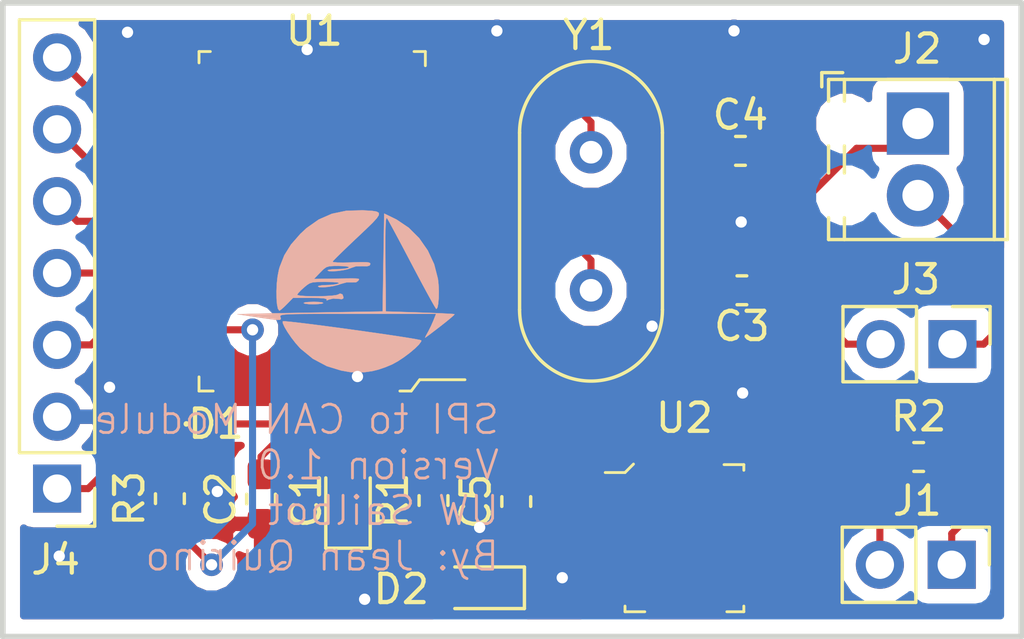
<source format=kicad_pcb>
(kicad_pcb (version 20171130) (host pcbnew "(5.0.1)-4")

  (general
    (thickness 1.6)
    (drawings 5)
    (tracks 124)
    (zones 0)
    (modules 18)
    (nets 25)
  )

  (page A4)
  (layers
    (0 F.Cu signal hide)
    (31 B.Cu signal hide)
    (32 B.Adhes user)
    (33 F.Adhes user)
    (34 B.Paste user)
    (35 F.Paste user)
    (36 B.SilkS user)
    (37 F.SilkS user)
    (38 B.Mask user)
    (39 F.Mask user)
    (40 Dwgs.User user)
    (41 Cmts.User user)
    (42 Eco1.User user)
    (43 Eco2.User user)
    (44 Edge.Cuts user)
    (45 Margin user)
    (46 B.CrtYd user)
    (47 F.CrtYd user)
    (48 B.Fab user)
    (49 F.Fab user hide)
  )

  (setup
    (last_trace_width 0.25)
    (trace_clearance 0.2)
    (zone_clearance 0.508)
    (zone_45_only no)
    (trace_min 0.2)
    (segment_width 0.2)
    (edge_width 0.2)
    (via_size 0.8)
    (via_drill 0.4)
    (via_min_size 0.4)
    (via_min_drill 0.3)
    (uvia_size 0.3)
    (uvia_drill 0.1)
    (uvias_allowed no)
    (uvia_min_size 0.2)
    (uvia_min_drill 0.1)
    (pcb_text_width 0.3)
    (pcb_text_size 1.5 1.5)
    (mod_edge_width 0.15)
    (mod_text_size 1 1)
    (mod_text_width 0.15)
    (pad_size 1.524 1.524)
    (pad_drill 0.762)
    (pad_to_mask_clearance 0.2)
    (solder_mask_min_width 0.25)
    (aux_axis_origin 0 0)
    (visible_elements 7FFFFFFF)
    (pcbplotparams
      (layerselection 0x010fc_ffffffff)
      (usegerberextensions false)
      (usegerberattributes false)
      (usegerberadvancedattributes false)
      (creategerberjobfile false)
      (excludeedgelayer true)
      (linewidth 0.100000)
      (plotframeref false)
      (viasonmask false)
      (mode 1)
      (useauxorigin false)
      (hpglpennumber 1)
      (hpglpenspeed 20)
      (hpglpendiameter 15.000000)
      (psnegative false)
      (psa4output false)
      (plotreference true)
      (plotvalue true)
      (plotinvisibletext false)
      (padsonsilk false)
      (subtractmaskfromsilk false)
      (outputformat 1)
      (mirror false)
      (drillshape 1)
      (scaleselection 1)
      (outputdirectory ""))
  )

  (net 0 "")
  (net 1 GND)
  (net 2 "Net-(C1-Pad2)")
  (net 3 "Net-(C3-Pad2)")
  (net 4 "Net-(C4-Pad2)")
  (net 5 "Net-(D1-Pad2)")
  (net 6 "Net-(D2-Pad2)")
  (net 7 "Net-(J1-Pad1)")
  (net 8 "Net-(J1-Pad2)")
  (net 9 "Net-(J2-Pad1)")
  (net 10 "Net-(J4-Pad3)")
  (net 11 "Net-(J4-Pad4)")
  (net 12 "Net-(J4-Pad5)")
  (net 13 "Net-(J4-Pad6)")
  (net 14 "Net-(J4-Pad7)")
  (net 15 "Net-(R3-Pad1)")
  (net 16 "Net-(U1-Pad1)")
  (net 17 "Net-(U1-Pad2)")
  (net 18 "Net-(U1-Pad3)")
  (net 19 "Net-(U1-Pad4)")
  (net 20 "Net-(U1-Pad5)")
  (net 21 "Net-(U1-Pad6)")
  (net 22 "Net-(U1-Pad10)")
  (net 23 "Net-(U1-Pad11)")
  (net 24 "Net-(U2-Pad5)")

  (net_class Default "This is the default net class."
    (clearance 0.2)
    (trace_width 0.25)
    (via_dia 0.8)
    (via_drill 0.4)
    (uvia_dia 0.3)
    (uvia_drill 0.1)
    (add_net GND)
    (add_net "Net-(C1-Pad2)")
    (add_net "Net-(C3-Pad2)")
    (add_net "Net-(C4-Pad2)")
    (add_net "Net-(D1-Pad2)")
    (add_net "Net-(D2-Pad2)")
    (add_net "Net-(J1-Pad1)")
    (add_net "Net-(J1-Pad2)")
    (add_net "Net-(J2-Pad1)")
    (add_net "Net-(J4-Pad3)")
    (add_net "Net-(J4-Pad4)")
    (add_net "Net-(J4-Pad5)")
    (add_net "Net-(J4-Pad6)")
    (add_net "Net-(J4-Pad7)")
    (add_net "Net-(R3-Pad1)")
    (add_net "Net-(U1-Pad1)")
    (add_net "Net-(U1-Pad10)")
    (add_net "Net-(U1-Pad11)")
    (add_net "Net-(U1-Pad2)")
    (add_net "Net-(U1-Pad3)")
    (add_net "Net-(U1-Pad4)")
    (add_net "Net-(U1-Pad5)")
    (add_net "Net-(U1-Pad6)")
    (add_net "Net-(U2-Pad5)")
  )

  (module TerminalBlock_Phoenix:TerminalBlock_Phoenix_MPT-0,5-2-2.54_1x02_P2.54mm_Horizontal (layer F.Cu) (tedit 5B294F98) (tstamp 5BFAE72B)
    (at 236.347 105.8672 270)
    (descr "Terminal Block Phoenix MPT-0,5-2-2.54, 2 pins, pitch 2.54mm, size 5.54x6.2mm^2, drill diamater 1.1mm, pad diameter 2.2mm, see http://www.mouser.com/ds/2/324/ItemDetail_1725656-920552.pdf, script-generated using https://github.com/pointhi/kicad-footprint-generator/scripts/TerminalBlock_Phoenix")
    (tags "THT Terminal Block Phoenix MPT-0,5-2-2.54 pitch 2.54mm size 5.54x6.2mm^2 drill 1.1mm pad 2.2mm")
    (path /5BDB5A61)
    (fp_text reference J2 (at -2.6416 0.0254) (layer F.SilkS)
      (effects (font (size 1 1) (thickness 0.15)))
    )
    (fp_text value Conn_01x02 (at 1.27 4.16 270) (layer F.Fab)
      (effects (font (size 1 1) (thickness 0.15)))
    )
    (fp_circle (center 0 0) (end 1.1 0) (layer F.Fab) (width 0.1))
    (fp_circle (center 2.54 0) (end 3.64 0) (layer F.Fab) (width 0.1))
    (fp_line (start -1.5 -3.1) (end 4.04 -3.1) (layer F.Fab) (width 0.1))
    (fp_line (start 4.04 -3.1) (end 4.04 3.1) (layer F.Fab) (width 0.1))
    (fp_line (start 4.04 3.1) (end -1 3.1) (layer F.Fab) (width 0.1))
    (fp_line (start -1 3.1) (end -1.5 2.6) (layer F.Fab) (width 0.1))
    (fp_line (start -1.5 2.6) (end -1.5 -3.1) (layer F.Fab) (width 0.1))
    (fp_line (start -1.5 2.6) (end 4.04 2.6) (layer F.Fab) (width 0.1))
    (fp_line (start -1.56 2.6) (end -0.79 2.6) (layer F.SilkS) (width 0.12))
    (fp_line (start 0.79 2.6) (end 1.75 2.6) (layer F.SilkS) (width 0.12))
    (fp_line (start 3.33 2.6) (end 4.1 2.6) (layer F.SilkS) (width 0.12))
    (fp_line (start -1.5 -2.7) (end 4.04 -2.7) (layer F.Fab) (width 0.1))
    (fp_line (start -1.56 -2.7) (end 4.1 -2.7) (layer F.SilkS) (width 0.12))
    (fp_line (start -1.56 -3.16) (end 4.1 -3.16) (layer F.SilkS) (width 0.12))
    (fp_line (start -1.56 3.16) (end -0.79 3.16) (layer F.SilkS) (width 0.12))
    (fp_line (start 0.79 3.16) (end 1.75 3.16) (layer F.SilkS) (width 0.12))
    (fp_line (start 3.33 3.16) (end 4.1 3.16) (layer F.SilkS) (width 0.12))
    (fp_line (start -1.56 -3.16) (end -1.56 3.16) (layer F.SilkS) (width 0.12))
    (fp_line (start 4.1 -3.16) (end 4.1 3.16) (layer F.SilkS) (width 0.12))
    (fp_line (start 0.835 -0.7) (end -0.701 0.835) (layer F.Fab) (width 0.1))
    (fp_line (start 0.701 -0.835) (end -0.835 0.7) (layer F.Fab) (width 0.1))
    (fp_line (start 3.375 -0.7) (end 1.84 0.835) (layer F.Fab) (width 0.1))
    (fp_line (start 3.241 -0.835) (end 1.706 0.7) (layer F.Fab) (width 0.1))
    (fp_line (start -1.8 2.66) (end -1.8 3.4) (layer F.SilkS) (width 0.12))
    (fp_line (start -1.8 3.4) (end -1.3 3.4) (layer F.SilkS) (width 0.12))
    (fp_line (start -2 -3.6) (end -2 3.6) (layer F.CrtYd) (width 0.05))
    (fp_line (start -2 3.6) (end 4.54 3.6) (layer F.CrtYd) (width 0.05))
    (fp_line (start 4.54 3.6) (end 4.54 -3.6) (layer F.CrtYd) (width 0.05))
    (fp_line (start 4.54 -3.6) (end -2 -3.6) (layer F.CrtYd) (width 0.05))
    (fp_text user %R (at 1.27 2 270) (layer F.Fab)
      (effects (font (size 1 1) (thickness 0.15)))
    )
    (pad 1 thru_hole rect (at 0 0 270) (size 2.2 2.2) (drill 1.1) (layers *.Cu *.Mask)
      (net 9 "Net-(J2-Pad1)"))
    (pad "" np_thru_hole circle (at 0 2.54 270) (size 1.1 1.1) (drill 1.1) (layers *.Cu *.Mask))
    (pad 2 thru_hole circle (at 2.54 0 270) (size 2.2 2.2) (drill 1.1) (layers *.Cu *.Mask)
      (net 7 "Net-(J1-Pad1)"))
    (pad "" np_thru_hole circle (at 2.54 2.54 270) (size 1.1 1.1) (drill 1.1) (layers *.Cu *.Mask))
    (model ${KISYS3DMOD}/TerminalBlock_Phoenix.3dshapes/TerminalBlock_Phoenix_MPT-0,5-2-2.54_1x02_P2.54mm_Horizontal.wrl
      (at (xyz 0 0 0))
      (scale (xyz 1 1 1))
      (rotate (xyz 0 0 0))
    )
  )

  (module Capacitor_Tantalum_SMD:CP_EIA-1608-10_AVX-L_Pad1.25x1.05mm_HandSolder (layer F.Cu) (tedit 5B301BBE) (tstamp 5BFAF2B5)
    (at 216.200837 119.191907 90)
    (descr "Tantalum Capacitor SMD AVX-L (1608-10 Metric), IPC_7351 nominal, (Body size from: https://www.vishay.com/docs/48064/_t58_vmn_pt0471_1601.pdf), generated with kicad-footprint-generator")
    (tags "capacitor tantalum")
    (path /5BE099D1)
    (attr smd)
    (fp_text reference C1 (at 0 -1.48 90) (layer F.SilkS)
      (effects (font (size 1 1) (thickness 0.15)))
    )
    (fp_text value 10uF (at 0 1.48 90) (layer F.Fab)
      (effects (font (size 1 1) (thickness 0.15)))
    )
    (fp_line (start 0.8 -0.425) (end -0.5 -0.425) (layer F.Fab) (width 0.1))
    (fp_line (start -0.5 -0.425) (end -0.8 -0.125) (layer F.Fab) (width 0.1))
    (fp_line (start -0.8 -0.125) (end -0.8 0.425) (layer F.Fab) (width 0.1))
    (fp_line (start -0.8 0.425) (end 0.8 0.425) (layer F.Fab) (width 0.1))
    (fp_line (start 0.8 0.425) (end 0.8 -0.425) (layer F.Fab) (width 0.1))
    (fp_line (start 0.8 -0.785) (end -1.685 -0.785) (layer F.SilkS) (width 0.12))
    (fp_line (start -1.685 -0.785) (end -1.685 0.785) (layer F.SilkS) (width 0.12))
    (fp_line (start -1.685 0.785) (end 0.8 0.785) (layer F.SilkS) (width 0.12))
    (fp_line (start -1.68 0.78) (end -1.68 -0.78) (layer F.CrtYd) (width 0.05))
    (fp_line (start -1.68 -0.78) (end 1.68 -0.78) (layer F.CrtYd) (width 0.05))
    (fp_line (start 1.68 -0.78) (end 1.68 0.78) (layer F.CrtYd) (width 0.05))
    (fp_line (start 1.68 0.78) (end -1.68 0.78) (layer F.CrtYd) (width 0.05))
    (fp_text user %R (at 0 0 90) (layer F.Fab)
      (effects (font (size 0.4 0.4) (thickness 0.06)))
    )
    (pad 1 smd roundrect (at -0.8 0 90) (size 1.25 1.05) (layers F.Cu F.Paste F.Mask) (roundrect_rratio 0.238095)
      (net 1 GND))
    (pad 2 smd roundrect (at 0.8 0 90) (size 1.25 1.05) (layers F.Cu F.Paste F.Mask) (roundrect_rratio 0.238095)
      (net 2 "Net-(C1-Pad2)"))
    (model ${KISYS3DMOD}/Capacitor_Tantalum_SMD.3dshapes/CP_EIA-1608-10_AVX-L.wrl
      (at (xyz 0 0 0))
      (scale (xyz 1 1 1))
      (rotate (xyz 0 0 0))
    )
  )

  (module Capacitor_SMD:C_0603_1608Metric_Pad1.05x0.95mm_HandSolder (layer F.Cu) (tedit 5B301BBE) (tstamp 5BFAC58F)
    (at 213.127437 119.141107 90)
    (descr "Capacitor SMD 0603 (1608 Metric), square (rectangular) end terminal, IPC_7351 nominal with elongated pad for handsoldering. (Body size source: http://www.tortai-tech.com/upload/download/2011102023233369053.pdf), generated with kicad-footprint-generator")
    (tags "capacitor handsolder")
    (path /5BE09A03)
    (attr smd)
    (fp_text reference C2 (at 0 -1.43 90) (layer F.SilkS)
      (effects (font (size 1 1) (thickness 0.15)))
    )
    (fp_text value 0.01uF (at 0 1.43 90) (layer F.Fab)
      (effects (font (size 1 1) (thickness 0.15)))
    )
    (fp_text user %R (at 4.685 3.81 90) (layer F.Fab)
      (effects (font (size 0.4 0.4) (thickness 0.06)))
    )
    (fp_line (start 1.65 0.73) (end -1.65 0.73) (layer F.CrtYd) (width 0.05))
    (fp_line (start 1.65 -0.73) (end 1.65 0.73) (layer F.CrtYd) (width 0.05))
    (fp_line (start -1.65 -0.73) (end 1.65 -0.73) (layer F.CrtYd) (width 0.05))
    (fp_line (start -1.65 0.73) (end -1.65 -0.73) (layer F.CrtYd) (width 0.05))
    (fp_line (start -0.171267 0.51) (end 0.171267 0.51) (layer F.SilkS) (width 0.12))
    (fp_line (start -0.171267 -0.51) (end 0.171267 -0.51) (layer F.SilkS) (width 0.12))
    (fp_line (start 0.8 0.4) (end -0.8 0.4) (layer F.Fab) (width 0.1))
    (fp_line (start 0.8 -0.4) (end 0.8 0.4) (layer F.Fab) (width 0.1))
    (fp_line (start -0.8 -0.4) (end 0.8 -0.4) (layer F.Fab) (width 0.1))
    (fp_line (start -0.8 0.4) (end -0.8 -0.4) (layer F.Fab) (width 0.1))
    (pad 2 smd roundrect (at 0.875 0 90) (size 1.05 0.95) (layers F.Cu F.Paste F.Mask) (roundrect_rratio 0.25)
      (net 2 "Net-(C1-Pad2)"))
    (pad 1 smd roundrect (at -0.875 0 90) (size 1.05 0.95) (layers F.Cu F.Paste F.Mask) (roundrect_rratio 0.25)
      (net 1 GND))
    (model ${KISYS3DMOD}/Capacitor_SMD.3dshapes/C_0603_1608Metric.wrl
      (at (xyz 0 0 0))
      (scale (xyz 1 1 1))
      (rotate (xyz 0 0 0))
    )
  )

  (module Capacitor_SMD:C_0603_1608Metric_Pad1.05x0.95mm_HandSolder (layer F.Cu) (tedit 5B301BBE) (tstamp 5BFB1579)
    (at 230.124 111.76 180)
    (descr "Capacitor SMD 0603 (1608 Metric), square (rectangular) end terminal, IPC_7351 nominal with elongated pad for handsoldering. (Body size source: http://www.tortai-tech.com/upload/download/2011102023233369053.pdf), generated with kicad-footprint-generator")
    (tags "capacitor handsolder")
    (path /5BDD0FBC)
    (attr smd)
    (fp_text reference C3 (at 0 -1.27 180) (layer F.SilkS)
      (effects (font (size 1 1) (thickness 0.15)))
    )
    (fp_text value 22pF (at 0 1.27 180) (layer F.Fab)
      (effects (font (size 1 1) (thickness 0.15)))
    )
    (fp_line (start -0.8 0.4) (end -0.8 -0.4) (layer F.Fab) (width 0.1))
    (fp_line (start -0.8 -0.4) (end 0.8 -0.4) (layer F.Fab) (width 0.1))
    (fp_line (start 0.8 -0.4) (end 0.8 0.4) (layer F.Fab) (width 0.1))
    (fp_line (start 0.8 0.4) (end -0.8 0.4) (layer F.Fab) (width 0.1))
    (fp_line (start -0.171267 -0.51) (end 0.171267 -0.51) (layer F.SilkS) (width 0.12))
    (fp_line (start -0.171267 0.51) (end 0.171267 0.51) (layer F.SilkS) (width 0.12))
    (fp_line (start -1.65 0.73) (end -1.65 -0.73) (layer F.CrtYd) (width 0.05))
    (fp_line (start -1.65 -0.73) (end 1.65 -0.73) (layer F.CrtYd) (width 0.05))
    (fp_line (start 1.65 -0.73) (end 1.65 0.73) (layer F.CrtYd) (width 0.05))
    (fp_line (start 1.65 0.73) (end -1.65 0.73) (layer F.CrtYd) (width 0.05))
    (fp_text user %R (at 0 0 180) (layer F.Fab)
      (effects (font (size 0.4 0.4) (thickness 0.06)))
    )
    (pad 1 smd roundrect (at -0.875 0 180) (size 1.05 0.95) (layers F.Cu F.Paste F.Mask) (roundrect_rratio 0.25)
      (net 1 GND))
    (pad 2 smd roundrect (at 0.875 0 180) (size 1.05 0.95) (layers F.Cu F.Paste F.Mask) (roundrect_rratio 0.25)
      (net 3 "Net-(C3-Pad2)"))
    (model ${KISYS3DMOD}/Capacitor_SMD.3dshapes/C_0603_1608Metric.wrl
      (at (xyz 0 0 0))
      (scale (xyz 1 1 1))
      (rotate (xyz 0 0 0))
    )
  )

  (module Capacitor_SMD:C_0603_1608Metric_Pad1.05x0.95mm_HandSolder (layer F.Cu) (tedit 5B301BBE) (tstamp 5BFAF1C9)
    (at 230.0732 106.8324 180)
    (descr "Capacitor SMD 0603 (1608 Metric), square (rectangular) end terminal, IPC_7351 nominal with elongated pad for handsoldering. (Body size source: http://www.tortai-tech.com/upload/download/2011102023233369053.pdf), generated with kicad-footprint-generator")
    (tags "capacitor handsolder")
    (path /5BDD1023)
    (attr smd)
    (fp_text reference C4 (at 0 1.27 180) (layer F.SilkS)
      (effects (font (size 1 1) (thickness 0.15)))
    )
    (fp_text value 22pF (at 0 -1.27 180) (layer F.Fab)
      (effects (font (size 1 1) (thickness 0.15)))
    )
    (fp_text user %R (at 0 0 180) (layer F.Fab)
      (effects (font (size 0.4 0.4) (thickness 0.06)))
    )
    (fp_line (start 1.65 0.73) (end -1.65 0.73) (layer F.CrtYd) (width 0.05))
    (fp_line (start 1.65 -0.73) (end 1.65 0.73) (layer F.CrtYd) (width 0.05))
    (fp_line (start -1.65 -0.73) (end 1.65 -0.73) (layer F.CrtYd) (width 0.05))
    (fp_line (start -1.65 0.73) (end -1.65 -0.73) (layer F.CrtYd) (width 0.05))
    (fp_line (start -0.171267 0.51) (end 0.171267 0.51) (layer F.SilkS) (width 0.12))
    (fp_line (start -0.171267 -0.51) (end 0.171267 -0.51) (layer F.SilkS) (width 0.12))
    (fp_line (start 0.8 0.4) (end -0.8 0.4) (layer F.Fab) (width 0.1))
    (fp_line (start 0.8 -0.4) (end 0.8 0.4) (layer F.Fab) (width 0.1))
    (fp_line (start -0.8 -0.4) (end 0.8 -0.4) (layer F.Fab) (width 0.1))
    (fp_line (start -0.8 0.4) (end -0.8 -0.4) (layer F.Fab) (width 0.1))
    (pad 2 smd roundrect (at 0.875 0 180) (size 1.05 0.95) (layers F.Cu F.Paste F.Mask) (roundrect_rratio 0.25)
      (net 4 "Net-(C4-Pad2)"))
    (pad 1 smd roundrect (at -0.875 0 180) (size 1.05 0.95) (layers F.Cu F.Paste F.Mask) (roundrect_rratio 0.25)
      (net 1 GND))
    (model ${KISYS3DMOD}/Capacitor_SMD.3dshapes/C_0603_1608Metric.wrl
      (at (xyz 0 0 0))
      (scale (xyz 1 1 1))
      (rotate (xyz 0 0 0))
    )
  )

  (module Capacitor_SMD:C_0603_1608Metric_Pad1.05x0.95mm_HandSolder (layer F.Cu) (tedit 5B301BBE) (tstamp 5BFAF48B)
    (at 222.1484 119.2276 90)
    (descr "Capacitor SMD 0603 (1608 Metric), square (rectangular) end terminal, IPC_7351 nominal with elongated pad for handsoldering. (Body size source: http://www.tortai-tech.com/upload/download/2011102023233369053.pdf), generated with kicad-footprint-generator")
    (tags "capacitor handsolder")
    (path /5BE09267)
    (attr smd)
    (fp_text reference C5 (at 0 -1.43 90) (layer F.SilkS)
      (effects (font (size 1 1) (thickness 0.15)))
    )
    (fp_text value 0.1uF (at 0 1.43 90) (layer F.Fab)
      (effects (font (size 1 1) (thickness 0.15)))
    )
    (fp_line (start -0.8 0.4) (end -0.8 -0.4) (layer F.Fab) (width 0.1))
    (fp_line (start -0.8 -0.4) (end 0.8 -0.4) (layer F.Fab) (width 0.1))
    (fp_line (start 0.8 -0.4) (end 0.8 0.4) (layer F.Fab) (width 0.1))
    (fp_line (start 0.8 0.4) (end -0.8 0.4) (layer F.Fab) (width 0.1))
    (fp_line (start -0.171267 -0.51) (end 0.171267 -0.51) (layer F.SilkS) (width 0.12))
    (fp_line (start -0.171267 0.51) (end 0.171267 0.51) (layer F.SilkS) (width 0.12))
    (fp_line (start -1.65 0.73) (end -1.65 -0.73) (layer F.CrtYd) (width 0.05))
    (fp_line (start -1.65 -0.73) (end 1.65 -0.73) (layer F.CrtYd) (width 0.05))
    (fp_line (start 1.65 -0.73) (end 1.65 0.73) (layer F.CrtYd) (width 0.05))
    (fp_line (start 1.65 0.73) (end -1.65 0.73) (layer F.CrtYd) (width 0.05))
    (fp_text user %R (at -0.040258 -0.045454 90) (layer F.Fab)
      (effects (font (size 0.4 0.4) (thickness 0.06)))
    )
    (pad 1 smd roundrect (at -0.875 0 90) (size 1.05 0.95) (layers F.Cu F.Paste F.Mask) (roundrect_rratio 0.25)
      (net 1 GND))
    (pad 2 smd roundrect (at 0.875 0 90) (size 1.05 0.95) (layers F.Cu F.Paste F.Mask) (roundrect_rratio 0.25)
      (net 2 "Net-(C1-Pad2)"))
    (model ${KISYS3DMOD}/Capacitor_SMD.3dshapes/C_0603_1608Metric.wrl
      (at (xyz 0 0 0))
      (scale (xyz 1 1 1))
      (rotate (xyz 0 0 0))
    )
  )

  (module Diode_SMD:D_0402_1005Metric (layer F.Cu) (tedit 5B301BBE) (tstamp 5BFAFC0C)
    (at 209.3976 116.4844 180)
    (descr "Diode SMD 0402 (1005 Metric), square (rectangular) end terminal, IPC_7351 nominal, (Body size source: http://www.tortai-tech.com/upload/download/2011102023233369053.pdf), generated with kicad-footprint-generator")
    (tags diode)
    (path /5BE07A33)
    (attr smd)
    (fp_text reference D1 (at -2.1336 0 180) (layer F.SilkS)
      (effects (font (size 1 1) (thickness 0.15)))
    )
    (fp_text value D_Schottky (at 0 1.17 180) (layer F.Fab)
      (effects (font (size 1 1) (thickness 0.15)))
    )
    (fp_circle (center -1.09 0) (end -1.04 0) (layer F.SilkS) (width 0.1))
    (fp_line (start -0.5 0.25) (end -0.5 -0.25) (layer F.Fab) (width 0.1))
    (fp_line (start -0.5 -0.25) (end 0.5 -0.25) (layer F.Fab) (width 0.1))
    (fp_line (start 0.5 -0.25) (end 0.5 0.25) (layer F.Fab) (width 0.1))
    (fp_line (start 0.5 0.25) (end -0.5 0.25) (layer F.Fab) (width 0.1))
    (fp_line (start -0.4 0.25) (end -0.4 -0.25) (layer F.Fab) (width 0.1))
    (fp_line (start -0.3 0.25) (end -0.3 -0.25) (layer F.Fab) (width 0.1))
    (fp_line (start -0.93 0.47) (end -0.93 -0.47) (layer F.CrtYd) (width 0.05))
    (fp_line (start -0.93 -0.47) (end 0.93 -0.47) (layer F.CrtYd) (width 0.05))
    (fp_line (start 0.93 -0.47) (end 0.93 0.47) (layer F.CrtYd) (width 0.05))
    (fp_line (start 0.93 0.47) (end -0.93 0.47) (layer F.CrtYd) (width 0.05))
    (fp_text user %R (at 0 0 180) (layer F.Fab)
      (effects (font (size 0.25 0.25) (thickness 0.04)))
    )
    (pad 1 smd roundrect (at -0.485 0 180) (size 0.59 0.64) (layers F.Cu F.Paste F.Mask) (roundrect_rratio 0.25)
      (net 2 "Net-(C1-Pad2)"))
    (pad 2 smd roundrect (at 0.485 0 180) (size 0.59 0.64) (layers F.Cu F.Paste F.Mask) (roundrect_rratio 0.25)
      (net 5 "Net-(D1-Pad2)"))
    (model ${KISYS3DMOD}/Diode_SMD.3dshapes/D_0402_1005Metric.wrl
      (at (xyz 0 0 0))
      (scale (xyz 1 1 1))
      (rotate (xyz 0 0 0))
    )
  )

  (module LED_SMD:LED_0603_1608Metric_Pad1.05x0.95mm_HandSolder (layer F.Cu) (tedit 5B4B45C9) (tstamp 5BFB1F79)
    (at 220.7768 122.2756 180)
    (descr "LED SMD 0603 (1608 Metric), square (rectangular) end terminal, IPC_7351 nominal, (Body size source: http://www.tortai-tech.com/upload/download/2011102023233369053.pdf), generated with kicad-footprint-generator")
    (tags "LED handsolder")
    (path /5BE09C15)
    (attr smd)
    (fp_text reference D2 (at 2.6924 -0.0508 180) (layer F.SilkS)
      (effects (font (size 1 1) (thickness 0.15)))
    )
    (fp_text value LED (at 0 1.43 180) (layer F.Fab)
      (effects (font (size 1 1) (thickness 0.15)))
    )
    (fp_line (start 0.8 -0.4) (end -0.5 -0.4) (layer F.Fab) (width 0.1))
    (fp_line (start -0.5 -0.4) (end -0.8 -0.1) (layer F.Fab) (width 0.1))
    (fp_line (start -0.8 -0.1) (end -0.8 0.4) (layer F.Fab) (width 0.1))
    (fp_line (start -0.8 0.4) (end 0.8 0.4) (layer F.Fab) (width 0.1))
    (fp_line (start 0.8 0.4) (end 0.8 -0.4) (layer F.Fab) (width 0.1))
    (fp_line (start 0.8 -0.735) (end -1.66 -0.735) (layer F.SilkS) (width 0.12))
    (fp_line (start -1.66 -0.735) (end -1.66 0.735) (layer F.SilkS) (width 0.12))
    (fp_line (start -1.66 0.735) (end 0.8 0.735) (layer F.SilkS) (width 0.12))
    (fp_line (start -1.65 0.73) (end -1.65 -0.73) (layer F.CrtYd) (width 0.05))
    (fp_line (start -1.65 -0.73) (end 1.65 -0.73) (layer F.CrtYd) (width 0.05))
    (fp_line (start 1.65 -0.73) (end 1.65 0.73) (layer F.CrtYd) (width 0.05))
    (fp_line (start 1.65 0.73) (end -1.65 0.73) (layer F.CrtYd) (width 0.05))
    (fp_text user %R (at 0 0 180) (layer F.Fab)
      (effects (font (size 0.4 0.4) (thickness 0.06)))
    )
    (pad 1 smd roundrect (at -0.875 0 180) (size 1.05 0.95) (layers F.Cu F.Paste F.Mask) (roundrect_rratio 0.25)
      (net 1 GND))
    (pad 2 smd roundrect (at 0.875 0 180) (size 1.05 0.95) (layers F.Cu F.Paste F.Mask) (roundrect_rratio 0.25)
      (net 6 "Net-(D2-Pad2)"))
    (model ${KISYS3DMOD}/LED_SMD.3dshapes/LED_0603_1608Metric.wrl
      (at (xyz 0 0 0))
      (scale (xyz 1 1 1))
      (rotate (xyz 0 0 0))
    )
  )

  (module Connector_PinHeader_2.54mm:PinHeader_1x02_P2.54mm_Vertical (layer F.Cu) (tedit 59FED5CC) (tstamp 5BFB3320)
    (at 237.5408 121.4628 270)
    (descr "Through hole straight pin header, 1x02, 2.54mm pitch, single row")
    (tags "Through hole pin header THT 1x02 2.54mm single row")
    (path /5BDCCF7F)
    (fp_text reference J1 (at -2.2606 1.2192) (layer F.SilkS)
      (effects (font (size 1 1) (thickness 0.15)))
    )
    (fp_text value Conn_01x02 (at 0 4.87 270) (layer F.Fab)
      (effects (font (size 1 1) (thickness 0.15)))
    )
    (fp_line (start -0.635 -1.27) (end 1.27 -1.27) (layer F.Fab) (width 0.1))
    (fp_line (start 1.27 -1.27) (end 1.27 3.81) (layer F.Fab) (width 0.1))
    (fp_line (start 1.27 3.81) (end -1.27 3.81) (layer F.Fab) (width 0.1))
    (fp_line (start -1.27 3.81) (end -1.27 -0.635) (layer F.Fab) (width 0.1))
    (fp_line (start -1.27 -0.635) (end -0.635 -1.27) (layer F.Fab) (width 0.1))
    (fp_line (start -1.33 3.87) (end 1.33 3.87) (layer F.SilkS) (width 0.12))
    (fp_line (start -1.33 1.27) (end -1.33 3.87) (layer F.SilkS) (width 0.12))
    (fp_line (start 1.33 1.27) (end 1.33 3.87) (layer F.SilkS) (width 0.12))
    (fp_line (start -1.33 1.27) (end 1.33 1.27) (layer F.SilkS) (width 0.12))
    (fp_line (start -1.33 0) (end -1.33 -1.33) (layer F.SilkS) (width 0.12))
    (fp_line (start -1.33 -1.33) (end 0 -1.33) (layer F.SilkS) (width 0.12))
    (fp_line (start -1.8 -1.8) (end -1.8 4.35) (layer F.CrtYd) (width 0.05))
    (fp_line (start -1.8 4.35) (end 1.8 4.35) (layer F.CrtYd) (width 0.05))
    (fp_line (start 1.8 4.35) (end 1.8 -1.8) (layer F.CrtYd) (width 0.05))
    (fp_line (start 1.8 -1.8) (end -1.8 -1.8) (layer F.CrtYd) (width 0.05))
    (fp_text user %R (at 0 1.27) (layer F.Fab)
      (effects (font (size 1 1) (thickness 0.15)))
    )
    (pad 1 thru_hole rect (at 0 0 270) (size 1.7 1.7) (drill 1) (layers *.Cu *.Mask)
      (net 7 "Net-(J1-Pad1)"))
    (pad 2 thru_hole oval (at 0 2.54 270) (size 1.7 1.7) (drill 1) (layers *.Cu *.Mask)
      (net 8 "Net-(J1-Pad2)"))
    (model ${KISYS3DMOD}/Connector_PinHeader_2.54mm.3dshapes/PinHeader_1x02_P2.54mm_Vertical.wrl
      (at (xyz 0 0 0))
      (scale (xyz 1 1 1))
      (rotate (xyz 0 0 0))
    )
  )

  (module Connector_PinHeader_2.54mm:PinHeader_1x02_P2.54mm_Vertical (layer F.Cu) (tedit 5BEEE2BD) (tstamp 5BFB2BCB)
    (at 237.5662 113.665 270)
    (descr "Through hole straight pin header, 1x02, 2.54mm pitch, single row")
    (tags "Through hole pin header THT 1x02 2.54mm single row")
    (path /5BDCCF35)
    (fp_text reference J3 (at -2.286 1.2954) (layer F.SilkS)
      (effects (font (size 1 1) (thickness 0.15)))
    )
    (fp_text value Conn_01x02 (at 0 4.87 270) (layer F.Fab)
      (effects (font (size 1 1) (thickness 0.15)))
    )
    (fp_text user %R (at 0 1.27) (layer F.Fab)
      (effects (font (size 1 1) (thickness 0.15)))
    )
    (fp_line (start 1.8 -1.8) (end -1.8 -1.8) (layer F.CrtYd) (width 0.05))
    (fp_line (start 1.8 4.35) (end 1.8 -1.8) (layer F.CrtYd) (width 0.05))
    (fp_line (start -1.8 4.35) (end 1.8 4.35) (layer F.CrtYd) (width 0.05))
    (fp_line (start -1.8 -1.8) (end -1.8 4.35) (layer F.CrtYd) (width 0.05))
    (fp_line (start -1.33 -1.33) (end 0 -1.33) (layer F.SilkS) (width 0.12))
    (fp_line (start -1.33 0) (end -1.33 -1.33) (layer F.SilkS) (width 0.12))
    (fp_line (start -1.33 1.27) (end 1.33 1.27) (layer F.SilkS) (width 0.12))
    (fp_line (start 1.33 1.27) (end 1.33 3.87) (layer F.SilkS) (width 0.12))
    (fp_line (start -1.33 1.27) (end -1.33 3.87) (layer F.SilkS) (width 0.12))
    (fp_line (start -1.33 3.87) (end 1.33 3.87) (layer F.SilkS) (width 0.12))
    (fp_line (start -1.27 -0.635) (end -0.635 -1.27) (layer F.Fab) (width 0.1))
    (fp_line (start -1.27 3.81) (end -1.27 -0.635) (layer F.Fab) (width 0.1))
    (fp_line (start 1.27 3.81) (end -1.27 3.81) (layer F.Fab) (width 0.1))
    (fp_line (start 1.27 -1.27) (end 1.27 3.81) (layer F.Fab) (width 0.1))
    (fp_line (start -0.635 -1.27) (end 1.27 -1.27) (layer F.Fab) (width 0.1))
    (pad 2 thru_hole oval (at 0 2.54 270) (size 1.7 1.7) (drill 1) (layers *.Cu *.Mask)
      (net 9 "Net-(J2-Pad1)"))
    (pad 1 thru_hole rect (at 0 0 270) (size 1.7 1.7) (drill 1) (layers *.Cu *.Mask)
      (net 7 "Net-(J1-Pad1)"))
    (model ${KISYS3DMOD}/Connector_PinHeader_2.54mm.3dshapes/PinHeader_1x02_P2.54mm_Vertical.wrl
      (at (xyz 0 0 0))
      (scale (xyz 1 1 1))
      (rotate (xyz 0 0 0))
    )
  )

  (module Connector_PinHeader_2.54mm:PinHeader_1x07_P2.54mm_Vertical (layer F.Cu) (tedit 59FED5CC) (tstamp 5BFAC644)
    (at 205.9178 118.7704 180)
    (descr "Through hole straight pin header, 1x07, 2.54mm pitch, single row")
    (tags "Through hole pin header THT 1x07 2.54mm single row")
    (path /5BDA3136)
    (fp_text reference J4 (at 0.0508 -2.5146 180) (layer F.SilkS)
      (effects (font (size 1 1) (thickness 0.15)))
    )
    (fp_text value Conn_01x07 (at 0 17.57 180) (layer F.Fab)
      (effects (font (size 1 1) (thickness 0.15)))
    )
    (fp_line (start -0.635 -1.27) (end 1.27 -1.27) (layer F.Fab) (width 0.1))
    (fp_line (start 1.27 -1.27) (end 1.27 16.51) (layer F.Fab) (width 0.1))
    (fp_line (start 1.27 16.51) (end -1.27 16.51) (layer F.Fab) (width 0.1))
    (fp_line (start -1.27 16.51) (end -1.27 -0.635) (layer F.Fab) (width 0.1))
    (fp_line (start -1.27 -0.635) (end -0.635 -1.27) (layer F.Fab) (width 0.1))
    (fp_line (start -1.33 16.57) (end 1.33 16.57) (layer F.SilkS) (width 0.12))
    (fp_line (start -1.33 1.27) (end -1.33 16.57) (layer F.SilkS) (width 0.12))
    (fp_line (start 1.33 1.27) (end 1.33 16.57) (layer F.SilkS) (width 0.12))
    (fp_line (start -1.33 1.27) (end 1.33 1.27) (layer F.SilkS) (width 0.12))
    (fp_line (start -1.33 0) (end -1.33 -1.33) (layer F.SilkS) (width 0.12))
    (fp_line (start -1.33 -1.33) (end 0 -1.33) (layer F.SilkS) (width 0.12))
    (fp_line (start -1.8 -1.8) (end -1.8 17.05) (layer F.CrtYd) (width 0.05))
    (fp_line (start -1.8 17.05) (end 1.8 17.05) (layer F.CrtYd) (width 0.05))
    (fp_line (start 1.8 17.05) (end 1.8 -1.8) (layer F.CrtYd) (width 0.05))
    (fp_line (start 1.8 -1.8) (end -1.8 -1.8) (layer F.CrtYd) (width 0.05))
    (fp_text user %R (at 0 7.62 270) (layer F.Fab)
      (effects (font (size 1 1) (thickness 0.15)))
    )
    (pad 1 thru_hole rect (at 0 0 180) (size 1.7 1.7) (drill 1) (layers *.Cu *.Mask)
      (net 5 "Net-(D1-Pad2)"))
    (pad 2 thru_hole oval (at 0 2.54 180) (size 1.7 1.7) (drill 1) (layers *.Cu *.Mask)
      (net 1 GND))
    (pad 3 thru_hole oval (at 0 5.08 180) (size 1.7 1.7) (drill 1) (layers *.Cu *.Mask)
      (net 10 "Net-(J4-Pad3)"))
    (pad 4 thru_hole oval (at 0 7.62 180) (size 1.7 1.7) (drill 1) (layers *.Cu *.Mask)
      (net 11 "Net-(J4-Pad4)"))
    (pad 5 thru_hole oval (at 0 10.16 180) (size 1.7 1.7) (drill 1) (layers *.Cu *.Mask)
      (net 12 "Net-(J4-Pad5)"))
    (pad 6 thru_hole oval (at 0 12.7 180) (size 1.7 1.7) (drill 1) (layers *.Cu *.Mask)
      (net 13 "Net-(J4-Pad6)"))
    (pad 7 thru_hole oval (at 0 15.24 180) (size 1.7 1.7) (drill 1) (layers *.Cu *.Mask)
      (net 14 "Net-(J4-Pad7)"))
    (model ${KISYS3DMOD}/Connector_PinHeader_2.54mm.3dshapes/PinHeader_1x07_P2.54mm_Vertical.wrl
      (at (xyz 0 0 0))
      (scale (xyz 1 1 1))
      (rotate (xyz 0 0 0))
    )
  )

  (module Resistor_SMD:R_0603_1608Metric_Pad1.05x0.95mm_HandSolder (layer F.Cu) (tedit 5B301BBD) (tstamp 5BFAC655)
    (at 219.223437 119.191907 90)
    (descr "Resistor SMD 0603 (1608 Metric), square (rectangular) end terminal, IPC_7351 nominal with elongated pad for handsoldering. (Body size source: http://www.tortai-tech.com/upload/download/2011102023233369053.pdf), generated with kicad-footprint-generator")
    (tags "resistor handsolder")
    (path /5BE09B42)
    (attr smd)
    (fp_text reference R1 (at 0 -1.43 90) (layer F.SilkS)
      (effects (font (size 1 1) (thickness 0.15)))
    )
    (fp_text value 1k (at 0 1.43 90) (layer F.Fab)
      (effects (font (size 1 1) (thickness 0.15)))
    )
    (fp_line (start -0.8 0.4) (end -0.8 -0.4) (layer F.Fab) (width 0.1))
    (fp_line (start -0.8 -0.4) (end 0.8 -0.4) (layer F.Fab) (width 0.1))
    (fp_line (start 0.8 -0.4) (end 0.8 0.4) (layer F.Fab) (width 0.1))
    (fp_line (start 0.8 0.4) (end -0.8 0.4) (layer F.Fab) (width 0.1))
    (fp_line (start -0.171267 -0.51) (end 0.171267 -0.51) (layer F.SilkS) (width 0.12))
    (fp_line (start -0.171267 0.51) (end 0.171267 0.51) (layer F.SilkS) (width 0.12))
    (fp_line (start -1.65 0.73) (end -1.65 -0.73) (layer F.CrtYd) (width 0.05))
    (fp_line (start -1.65 -0.73) (end 1.65 -0.73) (layer F.CrtYd) (width 0.05))
    (fp_line (start 1.65 -0.73) (end 1.65 0.73) (layer F.CrtYd) (width 0.05))
    (fp_line (start 1.65 0.73) (end -1.65 0.73) (layer F.CrtYd) (width 0.05))
    (fp_text user %R (at 0 0 90) (layer F.Fab)
      (effects (font (size 0.4 0.4) (thickness 0.06)))
    )
    (pad 1 smd roundrect (at -0.875 0 90) (size 1.05 0.95) (layers F.Cu F.Paste F.Mask) (roundrect_rratio 0.25)
      (net 6 "Net-(D2-Pad2)"))
    (pad 2 smd roundrect (at 0.875 0 90) (size 1.05 0.95) (layers F.Cu F.Paste F.Mask) (roundrect_rratio 0.25)
      (net 2 "Net-(C1-Pad2)"))
    (model ${KISYS3DMOD}/Resistor_SMD.3dshapes/R_0603_1608Metric.wrl
      (at (xyz 0 0 0))
      (scale (xyz 1 1 1))
      (rotate (xyz 0 0 0))
    )
  )

  (module Resistor_SMD:R_0603_1608Metric_Pad1.05x0.95mm_HandSolder (layer F.Cu) (tedit 5B301BBD) (tstamp 5BFB2D5F)
    (at 236.3724 117.6528)
    (descr "Resistor SMD 0603 (1608 Metric), square (rectangular) end terminal, IPC_7351 nominal with elongated pad for handsoldering. (Body size source: http://www.tortai-tech.com/upload/download/2011102023233369053.pdf), generated with kicad-footprint-generator")
    (tags "resistor handsolder")
    (path /5BE539A5)
    (attr smd)
    (fp_text reference R2 (at 0 -1.43) (layer F.SilkS)
      (effects (font (size 1 1) (thickness 0.15)))
    )
    (fp_text value 120 (at 0 1.43) (layer F.Fab)
      (effects (font (size 1 1) (thickness 0.15)))
    )
    (fp_line (start -0.8 0.4) (end -0.8 -0.4) (layer F.Fab) (width 0.1))
    (fp_line (start -0.8 -0.4) (end 0.8 -0.4) (layer F.Fab) (width 0.1))
    (fp_line (start 0.8 -0.4) (end 0.8 0.4) (layer F.Fab) (width 0.1))
    (fp_line (start 0.8 0.4) (end -0.8 0.4) (layer F.Fab) (width 0.1))
    (fp_line (start -0.171267 -0.51) (end 0.171267 -0.51) (layer F.SilkS) (width 0.12))
    (fp_line (start -0.171267 0.51) (end 0.171267 0.51) (layer F.SilkS) (width 0.12))
    (fp_line (start -1.65 0.73) (end -1.65 -0.73) (layer F.CrtYd) (width 0.05))
    (fp_line (start -1.65 -0.73) (end 1.65 -0.73) (layer F.CrtYd) (width 0.05))
    (fp_line (start 1.65 -0.73) (end 1.65 0.73) (layer F.CrtYd) (width 0.05))
    (fp_line (start 1.65 0.73) (end -1.65 0.73) (layer F.CrtYd) (width 0.05))
    (fp_text user %R (at 0 0) (layer F.Fab)
      (effects (font (size 0.4 0.4) (thickness 0.06)))
    )
    (pad 1 smd roundrect (at -0.875 0) (size 1.05 0.95) (layers F.Cu F.Paste F.Mask) (roundrect_rratio 0.25)
      (net 9 "Net-(J2-Pad1)"))
    (pad 2 smd roundrect (at 0.875 0) (size 1.05 0.95) (layers F.Cu F.Paste F.Mask) (roundrect_rratio 0.25)
      (net 8 "Net-(J1-Pad2)"))
    (model ${KISYS3DMOD}/Resistor_SMD.3dshapes/R_0603_1608Metric.wrl
      (at (xyz 0 0 0))
      (scale (xyz 1 1 1))
      (rotate (xyz 0 0 0))
    )
  )

  (module Resistor_SMD:R_0603_1608Metric_Pad1.05x0.95mm_HandSolder (layer F.Cu) (tedit 5B301BBD) (tstamp 5BFB19FF)
    (at 209.9056 119.126 90)
    (descr "Resistor SMD 0603 (1608 Metric), square (rectangular) end terminal, IPC_7351 nominal with elongated pad for handsoldering. (Body size source: http://www.tortai-tech.com/upload/download/2011102023233369053.pdf), generated with kicad-footprint-generator")
    (tags "resistor handsolder")
    (path /5BE3F013)
    (attr smd)
    (fp_text reference R3 (at 0 -1.43 90) (layer F.SilkS)
      (effects (font (size 1 1) (thickness 0.15)))
    )
    (fp_text value 10k (at 0 1.43 90) (layer F.Fab)
      (effects (font (size 1 1) (thickness 0.15)))
    )
    (fp_text user %R (at 0 0 90) (layer F.Fab)
      (effects (font (size 0.4 0.4) (thickness 0.06)))
    )
    (fp_line (start 1.65 0.73) (end -1.65 0.73) (layer F.CrtYd) (width 0.05))
    (fp_line (start 1.65 -0.73) (end 1.65 0.73) (layer F.CrtYd) (width 0.05))
    (fp_line (start -1.65 -0.73) (end 1.65 -0.73) (layer F.CrtYd) (width 0.05))
    (fp_line (start -1.65 0.73) (end -1.65 -0.73) (layer F.CrtYd) (width 0.05))
    (fp_line (start -0.171267 0.51) (end 0.171267 0.51) (layer F.SilkS) (width 0.12))
    (fp_line (start -0.171267 -0.51) (end 0.171267 -0.51) (layer F.SilkS) (width 0.12))
    (fp_line (start 0.8 0.4) (end -0.8 0.4) (layer F.Fab) (width 0.1))
    (fp_line (start 0.8 -0.4) (end 0.8 0.4) (layer F.Fab) (width 0.1))
    (fp_line (start -0.8 -0.4) (end 0.8 -0.4) (layer F.Fab) (width 0.1))
    (fp_line (start -0.8 0.4) (end -0.8 -0.4) (layer F.Fab) (width 0.1))
    (pad 2 smd roundrect (at 0.875 0 90) (size 1.05 0.95) (layers F.Cu F.Paste F.Mask) (roundrect_rratio 0.25)
      (net 2 "Net-(C1-Pad2)"))
    (pad 1 smd roundrect (at -0.875 0 90) (size 1.05 0.95) (layers F.Cu F.Paste F.Mask) (roundrect_rratio 0.25)
      (net 15 "Net-(R3-Pad1)"))
    (model ${KISYS3DMOD}/Resistor_SMD.3dshapes/R_0603_1608Metric.wrl
      (at (xyz 0 0 0))
      (scale (xyz 1 1 1))
      (rotate (xyz 0 0 0))
    )
  )

  (module digikey-footprints:SOIC-18_W7.5mm (layer F.Cu) (tedit 596F7FF9) (tstamp 5BFAEFFE)
    (at 214.9348 109.3216 90)
    (descr http://www.ti.com/lit/ds/symlink/uln2803a.pdf)
    (path /5BDCDD07)
    (fp_text reference U1 (at 6.731 0.0762 180) (layer F.SilkS)
      (effects (font (size 1 1) (thickness 0.15)))
    )
    (fp_text value MCP2515-SOIC18 (at 0 7.7 90) (layer F.Fab)
      (effects (font (size 1 1) (thickness 0.15)))
    )
    (fp_line (start -6.03 -5.95) (end 6.03 -5.95) (layer F.CrtYd) (width 0.05))
    (fp_line (start -6.03 5.95) (end 6.03 5.95) (layer F.CrtYd) (width 0.05))
    (fp_line (start 6.03 -5.95) (end 6.03 5.95) (layer F.CrtYd) (width 0.05))
    (fp_line (start -6.03 -5.95) (end -6.03 5.95) (layer F.CrtYd) (width 0.05))
    (fp_line (start -6 3.1) (end -6 3.5) (layer F.SilkS) (width 0.1))
    (fp_line (start -6 3.5) (end -5.6 3.8) (layer F.SilkS) (width 0.1))
    (fp_line (start -5.6 3.8) (end -5.6 5.4) (layer F.SilkS) (width 0.1))
    (fp_line (start -5.775 -3.75) (end -5.775 3.3) (layer F.Fab) (width 0.1))
    (fp_line (start -5.77 3.3) (end -5.26 3.75) (layer F.Fab) (width 0.1))
    (fp_line (start -5.26 3.75) (end 5.77 3.75) (layer F.Fab) (width 0.1))
    (fp_line (start -5.5 -4) (end -6 -4) (layer F.SilkS) (width 0.1))
    (fp_line (start -6 -4) (end -6 -3.5) (layer F.SilkS) (width 0.1))
    (fp_line (start 5.5 4) (end 6 4) (layer F.SilkS) (width 0.1))
    (fp_line (start 6 4) (end 6 3.6) (layer F.SilkS) (width 0.1))
    (fp_line (start 5.6 -4) (end 6 -4) (layer F.SilkS) (width 0.1))
    (fp_line (start 6 -4) (end 6 -3.6) (layer F.SilkS) (width 0.1))
    (fp_text user REF** (at 0 0 90) (layer F.Fab)
      (effects (font (size 1 1) (thickness 0.1)))
    )
    (fp_line (start -5.78 -3.75) (end 5.77 -3.75) (layer F.Fab) (width 0.1))
    (fp_line (start 5.775 -3.75) (end 5.775 3.75) (layer F.Fab) (width 0.1))
    (pad 1 smd rect (at -5.08 4.7 90) (size 0.6 2) (layers F.Cu F.Paste F.Mask)
      (net 16 "Net-(U1-Pad1)") (solder_mask_margin 0.07))
    (pad 2 smd rect (at -3.81 4.7 90) (size 0.6 2) (layers F.Cu F.Paste F.Mask)
      (net 17 "Net-(U1-Pad2)") (solder_mask_margin 0.07))
    (pad 3 smd rect (at -2.54 4.7 90) (size 0.6 2) (layers F.Cu F.Paste F.Mask)
      (net 18 "Net-(U1-Pad3)") (solder_mask_margin 0.07))
    (pad 4 smd rect (at -1.27 4.7 90) (size 0.6 2) (layers F.Cu F.Paste F.Mask)
      (net 19 "Net-(U1-Pad4)") (solder_mask_margin 0.07))
    (pad 5 smd rect (at 0 4.7 90) (size 0.6 2) (layers F.Cu F.Paste F.Mask)
      (net 20 "Net-(U1-Pad5)") (solder_mask_margin 0.07))
    (pad 6 smd rect (at 1.27 4.7 90) (size 0.6 2) (layers F.Cu F.Paste F.Mask)
      (net 21 "Net-(U1-Pad6)") (solder_mask_margin 0.07))
    (pad 7 smd rect (at 2.54 4.7 90) (size 0.6 2) (layers F.Cu F.Paste F.Mask)
      (net 3 "Net-(C3-Pad2)") (solder_mask_margin 0.07))
    (pad 8 smd rect (at 3.81 4.7 90) (size 0.6 2) (layers F.Cu F.Paste F.Mask)
      (net 4 "Net-(C4-Pad2)") (solder_mask_margin 0.07))
    (pad 9 smd rect (at 5.08 4.7 90) (size 0.6 2) (layers F.Cu F.Paste F.Mask)
      (net 1 GND) (solder_mask_margin 0.07))
    (pad 10 smd rect (at 5.08 -4.7 90) (size 0.6 2) (layers F.Cu F.Paste F.Mask)
      (net 22 "Net-(U1-Pad10)") (solder_mask_margin 0.07))
    (pad 11 smd rect (at 3.81 -4.7 90) (size 0.6 2) (layers F.Cu F.Paste F.Mask)
      (net 23 "Net-(U1-Pad11)") (solder_mask_margin 0.07))
    (pad 12 smd rect (at 2.54 -4.7 90) (size 0.6 2) (layers F.Cu F.Paste F.Mask)
      (net 14 "Net-(J4-Pad7)") (solder_mask_margin 0.07))
    (pad 13 smd rect (at 1.27 -4.7 90) (size 0.6 2) (layers F.Cu F.Paste F.Mask)
      (net 13 "Net-(J4-Pad6)") (solder_mask_margin 0.07))
    (pad 14 smd rect (at 0 -4.7 90) (size 0.6 2) (layers F.Cu F.Paste F.Mask)
      (net 12 "Net-(J4-Pad5)") (solder_mask_margin 0.07))
    (pad 15 smd rect (at -1.27 -4.7 90) (size 0.6 2) (layers F.Cu F.Paste F.Mask)
      (net 11 "Net-(J4-Pad4)") (solder_mask_margin 0.07))
    (pad 16 smd rect (at -2.54 -4.7 90) (size 0.6 2) (layers F.Cu F.Paste F.Mask)
      (net 10 "Net-(J4-Pad3)") (solder_mask_margin 0.07))
    (pad 17 smd rect (at -3.81 -4.7 90) (size 0.6 2) (layers F.Cu F.Paste F.Mask)
      (net 15 "Net-(R3-Pad1)") (solder_mask_margin 0.07))
    (pad 18 smd rect (at -5.08 -4.7 90) (size 0.6 2) (layers F.Cu F.Paste F.Mask)
      (net 2 "Net-(C1-Pad2)") (solder_mask_margin 0.07))
  )

  (module Crystal:Crystal_HC49-U_Vertical (layer F.Cu) (tedit 5A1AD3B8) (tstamp 5BFAF22F)
    (at 224.79 111.76 90)
    (descr "Crystal THT HC-49/U http://5hertz.com/pdfs/04404_D.pdf")
    (tags "THT crystalHC-49/U")
    (path /5BDCF59E)
    (fp_text reference Y1 (at 9.017 -0.0762 180) (layer F.SilkS)
      (effects (font (size 1 1) (thickness 0.15)))
    )
    (fp_text value "8mHz Crystal" (at 2.44 3.525 90) (layer F.Fab)
      (effects (font (size 1 1) (thickness 0.15)))
    )
    (fp_text user %R (at 2.44 0 90) (layer F.Fab)
      (effects (font (size 1 1) (thickness 0.15)))
    )
    (fp_line (start -0.685 -2.325) (end 5.565 -2.325) (layer F.Fab) (width 0.1))
    (fp_line (start -0.685 2.325) (end 5.565 2.325) (layer F.Fab) (width 0.1))
    (fp_line (start -0.56 -2) (end 5.44 -2) (layer F.Fab) (width 0.1))
    (fp_line (start -0.56 2) (end 5.44 2) (layer F.Fab) (width 0.1))
    (fp_line (start -0.685 -2.525) (end 5.565 -2.525) (layer F.SilkS) (width 0.12))
    (fp_line (start -0.685 2.525) (end 5.565 2.525) (layer F.SilkS) (width 0.12))
    (fp_line (start -3.5 -2.8) (end -3.5 2.8) (layer F.CrtYd) (width 0.05))
    (fp_line (start -3.5 2.8) (end 8.4 2.8) (layer F.CrtYd) (width 0.05))
    (fp_line (start 8.4 2.8) (end 8.4 -2.8) (layer F.CrtYd) (width 0.05))
    (fp_line (start 8.4 -2.8) (end -3.5 -2.8) (layer F.CrtYd) (width 0.05))
    (fp_arc (start -0.685 0) (end -0.685 -2.325) (angle -180) (layer F.Fab) (width 0.1))
    (fp_arc (start 5.565 0) (end 5.565 -2.325) (angle 180) (layer F.Fab) (width 0.1))
    (fp_arc (start -0.56 0) (end -0.56 -2) (angle -180) (layer F.Fab) (width 0.1))
    (fp_arc (start 5.44 0) (end 5.44 -2) (angle 180) (layer F.Fab) (width 0.1))
    (fp_arc (start -0.685 0) (end -0.685 -2.525) (angle -180) (layer F.SilkS) (width 0.12))
    (fp_arc (start 5.565 0) (end 5.565 -2.525) (angle 180) (layer F.SilkS) (width 0.12))
    (pad 1 thru_hole circle (at 0 0 90) (size 1.5 1.5) (drill 0.8) (layers *.Cu *.Mask)
      (net 3 "Net-(C3-Pad2)"))
    (pad 2 thru_hole circle (at 4.88 0 90) (size 1.5 1.5) (drill 0.8) (layers *.Cu *.Mask)
      (net 4 "Net-(C4-Pad2)"))
    (model ${KISYS3DMOD}/Crystal.3dshapes/Crystal_HC49-U_Vertical.wrl
      (at (xyz 0 0 0))
      (scale (xyz 1 1 1))
      (rotate (xyz 0 0 0))
    )
  )

  (module digikey-footprints:SOIC-8_W5.3mm (layer F.Cu) (tedit 5AE8C563) (tstamp 5BF782DA)
    (at 228.092 120.523)
    (descr http://ww1.microchip.com/downloads/en/DeviceDoc/Atmel-2586-AVR-8-bit-Microcontroller-ATtiny25-ATtiny45-ATtiny85_Datasheet-Summary.pdf)
    (path /5BDCFC05)
    (fp_text reference U2 (at 0 -4.25) (layer F.SilkS)
      (effects (font (size 1 1) (thickness 0.15)))
    )
    (fp_text value TJA1050 (at 0 4.25) (layer F.Fab)
      (effects (font (size 1 1) (thickness 0.15)))
    )
    (fp_line (start -3.75 -2.75) (end 3.5 -2.75) (layer F.CrtYd) (width 0.05))
    (fp_line (start 3.5 -2.75) (end 3.5 2.75) (layer F.CrtYd) (width 0.05))
    (fp_line (start -3.75 -2.75) (end -3.75 2.75) (layer F.CrtYd) (width 0.05))
    (fp_line (start -3.75 2.75) (end 3.5 2.75) (layer F.CrtYd) (width 0.05))
    (fp_line (start -2.1 2.4) (end -2.1 2.6) (layer F.SilkS) (width 0.1))
    (fp_line (start -2.1 2.6) (end -1.4 2.6) (layer F.SilkS) (width 0.1))
    (fp_line (start 2.1 2.4) (end 2.1 2.6) (layer F.SilkS) (width 0.1))
    (fp_line (start 2.1 2.6) (end 1.5 2.6) (layer F.SilkS) (width 0.1))
    (fp_line (start 1.4 -2.6) (end 2.1 -2.6) (layer F.SilkS) (width 0.1))
    (fp_line (start 2.1 -2.6) (end 2.1 -2.4) (layer F.SilkS) (width 0.1))
    (fp_line (start -1.8 -2.62) (end -2.1 -2.32) (layer F.SilkS) (width 0.1))
    (fp_line (start -2.1 -2.32) (end -2.8 -2.32) (layer F.SilkS) (width 0.1))
    (fp_text user %R (at 0 0) (layer F.Fab)
      (effects (font (size 0.7 0.7) (thickness 0.07)))
    )
    (fp_line (start -2 2.49) (end -2 -2.25) (layer F.Fab) (width 0.1))
    (fp_line (start 1.99 -2.5) (end -1.75 -2.5) (layer F.Fab) (width 0.1))
    (fp_line (start -2 -2.25) (end -1.75 -2.5) (layer F.Fab) (width 0.1))
    (fp_line (start 1.995 2.49) (end 1.995 -2.49) (layer F.Fab) (width 0.1))
    (fp_line (start -1.995 2.49) (end 1.995 2.49) (layer F.Fab) (width 0.1))
    (pad 3 smd rect (at -2.465 0.635) (size 1.6 0.7) (layers F.Cu F.Paste F.Mask)
      (net 2 "Net-(C1-Pad2)"))
    (pad 2 smd rect (at -2.465 -0.635) (size 1.6 0.7) (layers F.Cu F.Paste F.Mask)
      (net 1 GND))
    (pad 4 smd rect (at -2.465 1.905) (size 1.6 0.7) (layers F.Cu F.Paste F.Mask)
      (net 17 "Net-(U1-Pad2)"))
    (pad 1 smd rect (at -2.465 -1.905) (size 1.6 0.7) (layers F.Cu F.Paste F.Mask)
      (net 16 "Net-(U1-Pad1)"))
    (pad 5 smd rect (at 2.465 1.905) (size 1.6 0.7) (layers F.Cu F.Paste F.Mask)
      (net 24 "Net-(U2-Pad5)"))
    (pad 6 smd rect (at 2.465 0.635) (size 1.6 0.7) (layers F.Cu F.Paste F.Mask)
      (net 7 "Net-(J1-Pad1)"))
    (pad 7 smd rect (at 2.465 -0.635) (size 1.6 0.7) (layers F.Cu F.Paste F.Mask)
      (net 9 "Net-(J2-Pad1)"))
    (pad 8 smd rect (at 2.465 -1.905) (size 1.6 0.7) (layers F.Cu F.Paste F.Mask)
      (net 1 GND))
  )

  (module Sailbot:Logo (layer B.Cu) (tedit 0) (tstamp 5BF74B68)
    (at 216.154 112.141 180)
    (fp_text reference G*** (at 0 0 180) (layer B.SilkS) hide
      (effects (font (size 1.524 1.524) (thickness 0.3)) (justify mirror))
    )
    (fp_text value LOGO (at 0.75 0 180) (layer B.SilkS) hide
      (effects (font (size 1.524 1.524) (thickness 0.3)) (justify mirror))
    )
    (fp_poly (pts (xy 1.34799 -0.03425) (xy 1.478304 -0.050001) (xy 1.524036 -0.070555) (xy 1.472757 -0.09298)
      (xy 1.339624 -0.108328) (xy 1.188664 -0.112889) (xy 1.005651 -0.10631) (xy 0.873528 -0.089252)
      (xy 0.827368 -0.070555) (xy 0.864831 -0.049001) (xy 0.988088 -0.033755) (xy 1.16274 -0.028222)
      (xy 1.34799 -0.03425)) (layer B.SilkS) (width 0.01))
    (fp_poly (pts (xy 0.009557 3.191814) (xy 0.521451 3.08536) (xy 0.986836 2.88241) (xy 1.418563 2.578101)
      (xy 1.637644 2.374546) (xy 1.966969 1.998251) (xy 2.20423 1.61853) (xy 2.367135 1.20563)
      (xy 2.397031 1.098693) (xy 2.44082 0.87547) (xy 2.468852 0.619102) (xy 2.481478 0.353103)
      (xy 2.47905 0.100985) (xy 2.461921 -0.113739) (xy 2.43044 -0.267556) (xy 2.384961 -0.336954)
      (xy 2.375539 -0.338667) (xy 2.318118 -0.301433) (xy 2.210408 -0.205414) (xy 2.116667 -0.112889)
      (xy 1.8962 0.112889) (xy 1.283436 0.112889) (xy 0.99162 0.108788) (xy 0.805033 0.095953)
      (xy 0.716292 0.073586) (xy 0.709036 0.050813) (xy 0.709195 0.018911) (xy 0.626909 0.053223)
      (xy 0.478322 0.089441) (xy 0.309653 0.080794) (xy 0.174653 0.065863) (xy 0.119256 0.094705)
      (xy 0.112889 0.131498) (xy 0.149844 0.234453) (xy 0.233013 0.266233) (xy 0.298429 0.232149)
      (xy 0.374351 0.207906) (xy 0.531023 0.189333) (xy 0.742843 0.176618) (xy 0.984211 0.169954)
      (xy 1.229526 0.169528) (xy 1.453188 0.175531) (xy 1.629597 0.188154) (xy 1.733151 0.207585)
      (xy 1.749778 0.22138) (xy 1.71008 0.284164) (xy 1.607905 0.390523) (xy 1.51384 0.47538)
      (xy 1.401104 0.568708) (xy 1.307057 0.627631) (xy 1.201366 0.660009) (xy 1.053698 0.6737)
      (xy 0.833721 0.676564) (xy 0.737729 0.676469) (xy 0.4738 0.67166) (xy 0.31899 0.657974)
      (xy 0.269848 0.634991) (xy 0.282222 0.620889) (xy 0.383036 0.590581) (xy 0.553247 0.570337)
      (xy 0.691444 0.565309) (xy 0.865822 0.557252) (xy 0.983633 0.537275) (xy 1.016 0.516286)
      (xy 0.966319 0.489021) (xy 0.838114 0.484649) (xy 0.662643 0.49976) (xy 0.471163 0.530941)
      (xy 0.294932 0.574781) (xy 0.213997 0.603824) (xy 0.011217 0.659031) (xy -0.16208 0.659029)
      (xy -0.328601 0.661342) (xy -0.3971 0.707951) (xy -0.427525 0.745028) (xy -0.437197 0.771114)
      (xy -0.411037 0.787809) (xy -0.333965 0.796716) (xy -0.190901 0.799435) (xy 0.033233 0.797567)
      (xy 0.353517 0.792713) (xy 0.395111 0.792068) (xy 1.157111 0.780303) (xy 0.933989 1.01104)
      (xy 0.814989 1.129456) (xy 0.718811 1.198303) (xy 0.608271 1.231022) (xy 0.446185 1.241055)
      (xy 0.295658 1.241778) (xy 0.071963 1.234802) (xy -0.057406 1.214797) (xy -0.084667 1.185333)
      (xy -0.014145 1.156201) (xy 0.135523 1.135816) (xy 0.313775 1.128889) (xy 0.499667 1.122387)
      (xy 0.630724 1.105387) (xy 0.677333 1.082954) (xy 0.627531 1.057553) (xy 0.499741 1.052253)
      (xy 0.326392 1.06365) (xy 0.13991 1.088339) (xy -0.027275 1.122915) (xy -0.142738 1.163974)
      (xy -0.153079 1.170144) (xy -0.320714 1.226272) (xy -0.547361 1.232912) (xy -0.719784 1.229439)
      (xy -0.80733 1.255261) (xy -0.833515 1.301376) (xy -0.828261 1.338088) (xy -0.783708 1.361402)
      (xy -0.682507 1.372961) (xy -0.507311 1.374406) (xy -0.240771 1.36738) (xy -0.164255 1.364721)
      (xy 0.117001 1.358609) (xy 0.332044 1.361875) (xy 0.464928 1.373869) (xy 0.500996 1.391855)
      (xy 0.455212 1.44441) (xy 0.339388 1.561809) (xy 0.166001 1.731855) (xy -0.052473 1.942353)
      (xy -0.303558 2.181104) (xy -0.38328 2.256323) (xy -0.689633 2.545583) (xy -0.916237 2.7665)
      (xy -1.064909 2.928768) (xy -1.137472 3.042085) (xy -1.135745 3.116145) (xy -1.061549 3.160643)
      (xy -0.916703 3.185276) (xy -0.703029 3.199738) (xy -0.561697 3.206634) (xy 0.009557 3.191814)) (layer B.SilkS) (width 0.01))
    (fp_poly (pts (xy -1.298222 1.362643) (xy -1.27 -0.366889) (xy 0.790222 -0.401483) (xy 1.286922 -0.409996)
      (xy 1.769566 -0.418593) (xy 2.22119 -0.426948) (xy 2.624828 -0.434734) (xy 2.963517 -0.441626)
      (xy 3.220293 -0.447298) (xy 3.358444 -0.450827) (xy 3.866444 -0.465578) (xy 3.189111 -0.566706)
      (xy 2.856215 -0.616119) (xy 2.619613 -0.649017) (xy 2.463918 -0.665359) (xy 2.373743 -0.665105)
      (xy 2.333703 -0.648212) (xy 2.328409 -0.61464) (xy 2.342444 -0.564444) (xy 2.34851 -0.538766)
      (xy 2.342867 -0.517311) (xy 2.316332 -0.499699) (xy 2.259725 -0.48555) (xy 2.163862 -0.474486)
      (xy 2.019561 -0.466128) (xy 1.817642 -0.460096) (xy 1.548921 -0.456011) (xy 1.204218 -0.453493)
      (xy 0.774349 -0.452165) (xy 0.250133 -0.451645) (xy -0.377613 -0.451555) (xy -3.159975 -0.451555)
      (xy -3.064705 -0.691444) (xy -2.978043 -0.889121) (xy -2.882762 -1.078127) (xy -2.862031 -1.114778)
      (xy -2.797991 -1.231273) (xy -2.772533 -1.292428) (xy -2.774314 -1.295247) (xy -2.824002 -1.261618)
      (xy -2.944434 -1.172385) (xy -3.117284 -1.041306) (xy -3.31481 -0.889427) (xy -3.516706 -0.730267)
      (xy -3.678414 -0.59704) (xy -3.783175 -0.503965) (xy -3.814522 -0.465485) (xy -3.754393 -0.457525)
      (xy -3.598148 -0.44718) (xy -3.362513 -0.435266) (xy -3.064217 -0.4226) (xy -2.719985 -0.409998)
      (xy -2.588157 -0.405638) (xy -1.382889 -0.366889) (xy -1.370051 1.326445) (xy -1.367145 1.820322)
      (xy -1.366967 2.21066) (xy -1.369846 2.506784) (xy -1.376109 2.718018) (xy -1.386086 2.853686)
      (xy -1.400106 2.923113) (xy -1.418497 2.935623) (xy -1.426496 2.927667) (xy -1.469177 2.856185)
      (xy -1.557082 2.697574) (xy -1.683246 2.464805) (xy -1.840701 2.170848) (xy -2.02248 1.828673)
      (xy -2.221616 1.451251) (xy -2.313305 1.276667) (xy -2.515756 0.89293) (xy -2.70244 0.543487)
      (xy -2.866748 0.240362) (xy -3.002071 -0.004419) (xy -3.101801 -0.178832) (xy -3.159328 -0.270851)
      (xy -3.170021 -0.282222) (xy -3.207812 -0.230322) (xy -3.2358 -0.092166) (xy -3.252639 0.105929)
      (xy -3.256978 0.337648) (xy -3.247471 0.576674) (xy -3.224676 0.784691) (xy -3.092437 1.299925)
      (xy -2.867477 1.785071) (xy -2.562956 2.221828) (xy -2.192032 2.591894) (xy -1.767863 2.876968)
      (xy -1.693053 2.914866) (xy -1.326445 3.092175) (xy -1.298222 1.362643)) (layer B.SilkS) (width 0.01))
    (fp_poly (pts (xy 2.255997 -0.715874) (xy 2.256421 -0.716186) (xy 2.255226 -0.785386) (xy 2.195286 -0.918982)
      (xy 2.090741 -1.095157) (xy 1.955728 -1.292098) (xy 1.804386 -1.487989) (xy 1.650852 -1.661014)
      (xy 1.631099 -1.681061) (xy 1.194919 -2.039087) (xy 0.700547 -2.301204) (xy 0.197555 -2.454932)
      (xy -0.111617 -2.509927) (xy -0.376493 -2.528507) (xy -0.65216 -2.511722) (xy -0.903111 -2.475905)
      (xy -1.11548 -2.424048) (xy -1.371043 -2.337533) (xy -1.608667 -2.237689) (xy -1.805503 -2.129699)
      (xy -2.018191 -1.989472) (xy -2.226846 -1.833362) (xy -2.411587 -1.677725) (xy -2.55253 -1.538917)
      (xy -2.629792 -1.433294) (xy -2.637031 -1.39176) (xy -2.579652 -1.373911) (xy -2.424192 -1.343842)
      (xy -2.184571 -1.303474) (xy -1.874707 -1.25473) (xy -1.50852 -1.19953) (xy -1.099929 -1.139797)
      (xy -0.662854 -1.077451) (xy -0.211212 -1.014416) (xy 0.241076 -0.952611) (xy 0.680092 -0.89396)
      (xy 1.091917 -0.840383) (xy 1.462631 -0.793803) (xy 1.778315 -0.75614) (xy 2.02505 -0.729316)
      (xy 2.188917 -0.715254) (xy 2.255997 -0.715874)) (layer B.SilkS) (width 0.01))
  )

  (gr_text "SPI to CAN Module\nVersion 1.0\nUW Sailbot\nBy: Jean Quirino" (at 221.615 118.745) (layer B.SilkS)
    (effects (font (size 1 1) (thickness 0.1)) (justify left mirror))
  )
  (gr_line (start 204 124) (end 240 124) (layer Edge.Cuts) (width 0.2))
  (gr_line (start 240 101.6) (end 240 124) (layer Edge.Cuts) (width 0.2))
  (gr_line (start 204 101.6) (end 204 124) (layer Edge.Cuts) (width 0.2))
  (gr_line (start 204 101.6) (end 240 101.6) (layer Edge.Cuts) (width 0.2) (tstamp 5BFAFF47))

  (via (at 208.407 102.6414) (size 0.8) (drill 0.4) (layers F.Cu B.Cu) (net 1))
  (via (at 221.4626 102.5906) (size 0.8) (drill 0.4) (layers F.Cu B.Cu) (net 1))
  (via (at 238.6838 102.8954) (size 0.8) (drill 0.4) (layers F.Cu B.Cu) (net 1))
  (via (at 229.8446 102.5906) (size 0.8) (drill 0.4) (layers F.Cu B.Cu) (net 1))
  (via (at 230.0986 109.347) (size 0.8) (drill 0.4) (layers F.Cu B.Cu) (net 1))
  (via (at 230.1494 115.3922) (size 0.8) (drill 0.4) (layers F.Cu B.Cu) (net 1))
  (via (at 211.582 118.872) (size 0.8) (drill 0.4) (layers F.Cu B.Cu) (net 1))
  (via (at 207.772 115.189) (size 0.8) (drill 0.4) (layers F.Cu B.Cu) (net 1))
  (via (at 223.774 121.92) (size 0.8) (drill 0.4) (layers F.Cu B.Cu) (net 1))
  (via (at 220.853 120.142) (size 0.8) (drill 0.4) (layers F.Cu B.Cu) (net 1))
  (via (at 216.535 114.808) (size 0.8) (drill 0.4) (layers F.Cu B.Cu) (net 1))
  (via (at 226.949 113.03) (size 0.8) (drill 0.4) (layers F.Cu B.Cu) (net 1))
  (via (at 205.994 121.158) (size 0.8) (drill 0.4) (layers F.Cu B.Cu) (net 1))
  (via (at 216.789 122.682) (size 0.8) (drill 0.4) (layers F.Cu B.Cu) (net 1))
  (via (at 214.757 103.251) (size 0.8) (drill 0.4) (layers F.Cu B.Cu) (net 1))
  (segment (start 222.27681 115.57) (end 221.234 115.57) (width 0.25) (layer F.Cu) (net 1))
  (segment (start 224.046209 117.339399) (end 222.27681 115.57) (width 0.25) (layer F.Cu) (net 1))
  (segment (start 225.177 119.888) (end 225.627 119.888) (width 0.25) (layer F.Cu) (net 1))
  (segment (start 224.046209 118.757209) (end 225.177 119.888) (width 0.25) (layer F.Cu) (net 1))
  (segment (start 224.046209 117.339399) (end 224.046209 118.757209) (width 0.25) (layer F.Cu) (net 1))
  (segment (start 209.9056 118.251) (end 211.6722 116.4844) (width 0.25) (layer F.Cu) (net 2))
  (segment (start 211.6722 116.4844) (end 211.963 116.4844) (width 0.25) (layer F.Cu) (net 2))
  (segment (start 209.8826 116.4844) (end 211.963 116.4844) (width 0.25) (layer F.Cu) (net 2))
  (segment (start 211.7676 116.4844) (end 211.963 116.4844) (width 0.25) (layer F.Cu) (net 2))
  (segment (start 210.2348 114.9516) (end 211.7676 116.4844) (width 0.25) (layer F.Cu) (net 2))
  (segment (start 210.2348 114.4016) (end 210.2348 114.9516) (width 0.25) (layer F.Cu) (net 2))
  (segment (start 213.127437 118.266107) (end 213.127437 117.641107) (width 0.25) (layer F.Cu) (net 2))
  (segment (start 213.127437 117.641107) (end 214.284144 116.4844) (width 0.25) (layer F.Cu) (net 2))
  (segment (start 211.963 116.4844) (end 214.6554 116.4844) (width 0.25) (layer F.Cu) (net 2))
  (segment (start 217.383344 116.4844) (end 218.059 116.4844) (width 0.25) (layer F.Cu) (net 2))
  (segment (start 216.200837 117.666907) (end 217.383344 116.4844) (width 0.25) (layer F.Cu) (net 2))
  (segment (start 216.200837 118.391907) (end 216.200837 117.666907) (width 0.25) (layer F.Cu) (net 2))
  (segment (start 214.6554 116.4844) (end 218.059 116.4844) (width 0.25) (layer F.Cu) (net 2))
  (segment (start 219.223437 117.199563) (end 219.9386 116.4844) (width 0.25) (layer F.Cu) (net 2))
  (segment (start 219.223437 118.316907) (end 219.223437 117.199563) (width 0.25) (layer F.Cu) (net 2))
  (segment (start 218.059 116.4844) (end 219.9386 116.4844) (width 0.25) (layer F.Cu) (net 2))
  (segment (start 222.1484 118.3526) (end 222.1484 117.1956) (width 0.25) (layer F.Cu) (net 2))
  (segment (start 222.1484 117.1956) (end 221.4372 116.4844) (width 0.25) (layer F.Cu) (net 2))
  (segment (start 219.9386 116.4844) (end 221.4372 116.4844) (width 0.25) (layer F.Cu) (net 2))
  (segment (start 222.5548 116.4844) (end 221.4372 116.4844) (width 0.25) (layer F.Cu) (net 2))
  (segment (start 223.5962 117.5258) (end 222.5548 116.4844) (width 0.25) (layer F.Cu) (net 2))
  (segment (start 223.5962 120.1772) (end 223.5962 117.5258) (width 0.25) (layer F.Cu) (net 2))
  (segment (start 224.577 121.158) (end 223.5962 120.1772) (width 0.25) (layer F.Cu) (net 2))
  (segment (start 225.627 121.158) (end 224.577 121.158) (width 0.25) (layer F.Cu) (net 2))
  (segment (start 220.3348 106.7816) (end 222.9002 109.347) (width 0.25) (layer F.Cu) (net 3))
  (segment (start 219.6348 106.7816) (end 220.3348 106.7816) (width 0.25) (layer F.Cu) (net 3))
  (segment (start 226.836 109.347) (end 229.249 111.76) (width 0.25) (layer F.Cu) (net 3))
  (segment (start 223.43766 109.347) (end 223.3168 109.347) (width 0.25) (layer F.Cu) (net 3))
  (segment (start 224.79 111.76) (end 224.79 110.69934) (width 0.25) (layer F.Cu) (net 3))
  (segment (start 223.3168 109.347) (end 226.836 109.347) (width 0.25) (layer F.Cu) (net 3))
  (segment (start 224.79 110.69934) (end 223.43766 109.347) (width 0.25) (layer F.Cu) (net 3))
  (segment (start 222.9002 109.347) (end 223.3168 109.347) (width 0.25) (layer F.Cu) (net 3))
  (segment (start 229.1506 106.88) (end 229.1982 106.8324) (width 0.25) (layer F.Cu) (net 4))
  (segment (start 227.4202 105.0544) (end 229.1982 106.8324) (width 0.25) (layer F.Cu) (net 4))
  (segment (start 220.8848 105.5116) (end 221.342 105.0544) (width 0.25) (layer F.Cu) (net 4))
  (segment (start 219.6348 105.5116) (end 220.8848 105.5116) (width 0.25) (layer F.Cu) (net 4))
  (segment (start 224.79 105.81934) (end 224.02506 105.0544) (width 0.25) (layer F.Cu) (net 4))
  (segment (start 224.02506 105.0544) (end 223.2406 105.0544) (width 0.25) (layer F.Cu) (net 4))
  (segment (start 224.79 106.88) (end 224.79 105.81934) (width 0.25) (layer F.Cu) (net 4))
  (segment (start 223.2406 105.0544) (end 227.4202 105.0544) (width 0.25) (layer F.Cu) (net 4))
  (segment (start 221.342 105.0544) (end 223.2406 105.0544) (width 0.25) (layer F.Cu) (net 4))
  (segment (start 207.0178 118.7704) (end 208.9126 116.8756) (width 0.25) (layer F.Cu) (net 5))
  (segment (start 208.9126 116.8756) (end 208.9126 116.4844) (width 0.25) (layer F.Cu) (net 5))
  (segment (start 205.9178 118.7704) (end 207.0178 118.7704) (width 0.25) (layer F.Cu) (net 5))
  (segment (start 219.223437 121.597237) (end 219.9018 122.2756) (width 0.25) (layer F.Cu) (net 6))
  (segment (start 219.223437 120.066907) (end 219.223437 121.597237) (width 0.25) (layer F.Cu) (net 6))
  (segment (start 236.347 108.4072) (end 239.2426 111.3028) (width 0.25) (layer F.Cu) (net 7))
  (segment (start 239.2426 118.661) (end 239.2426 118.4148) (width 0.25) (layer F.Cu) (net 7))
  (segment (start 237.5408 120.3628) (end 239.2426 118.661) (width 0.25) (layer F.Cu) (net 7))
  (segment (start 237.5408 121.4628) (end 237.5408 120.3628) (width 0.25) (layer F.Cu) (net 7))
  (segment (start 237.5662 113.665) (end 238.6662 113.665) (width 0.25) (layer F.Cu) (net 7))
  (segment (start 239.2426 112.4712) (end 239.2426 118.4148) (width 0.25) (layer F.Cu) (net 7))
  (segment (start 239.2426 113.0886) (end 239.2426 112.4712) (width 0.25) (layer F.Cu) (net 7))
  (segment (start 238.6662 113.665) (end 239.2426 113.0886) (width 0.25) (layer F.Cu) (net 7))
  (segment (start 239.2426 111.3028) (end 239.2426 112.4712) (width 0.25) (layer F.Cu) (net 7))
  (segment (start 239.2426 122.6312) (end 239.2426 118.4148) (width 0.25) (layer F.Cu) (net 7))
  (segment (start 238.7854 123.0884) (end 239.2426 122.6312) (width 0.25) (layer F.Cu) (net 7))
  (segment (start 233.5374 123.0884) (end 238.7854 123.0884) (width 0.25) (layer F.Cu) (net 7))
  (segment (start 231.607 121.158) (end 233.5374 123.0884) (width 0.25) (layer F.Cu) (net 7))
  (segment (start 230.557 121.158) (end 231.607 121.158) (width 0.25) (layer F.Cu) (net 7))
  (segment (start 235.0008 119.8994) (end 237.2474 117.6528) (width 0.25) (layer F.Cu) (net 8))
  (segment (start 235.0008 121.4628) (end 235.0008 119.8994) (width 0.25) (layer F.Cu) (net 8))
  (segment (start 234.176997 106.742201) (end 232.537 108.382198) (width 0.25) (layer F.Cu) (net 9))
  (segment (start 235.471999 106.742201) (end 234.176997 106.742201) (width 0.25) (layer F.Cu) (net 9))
  (segment (start 236.347 105.8672) (end 235.471999 106.742201) (width 0.25) (layer F.Cu) (net 9))
  (segment (start 235.4974 117.6528) (end 234.3912 117.6528) (width 0.25) (layer F.Cu) (net 9))
  (segment (start 234.3912 117.6528) (end 232.537 115.7986) (width 0.25) (layer F.Cu) (net 9))
  (segment (start 233.824119 113.665) (end 232.537 112.377881) (width 0.25) (layer F.Cu) (net 9))
  (segment (start 232.537 112.377881) (end 232.537 110.49) (width 0.25) (layer F.Cu) (net 9))
  (segment (start 235.0262 113.665) (end 233.824119 113.665) (width 0.25) (layer F.Cu) (net 9))
  (segment (start 232.537 110.49) (end 232.537 115.7986) (width 0.25) (layer F.Cu) (net 9))
  (segment (start 232.537 108.382198) (end 232.537 110.49) (width 0.25) (layer F.Cu) (net 9))
  (segment (start 231.775 119.888) (end 230.557 119.888) (width 0.25) (layer F.Cu) (net 9))
  (segment (start 232.537 115.7986) (end 232.537 119.126) (width 0.25) (layer F.Cu) (net 9))
  (segment (start 232.537 119.126) (end 231.775 119.888) (width 0.25) (layer F.Cu) (net 9))
  (segment (start 208.9848 111.8616) (end 210.2348 111.8616) (width 0.25) (layer F.Cu) (net 10))
  (segment (start 208.948681 111.8616) (end 208.9848 111.8616) (width 0.25) (layer F.Cu) (net 10))
  (segment (start 207.119881 113.6904) (end 208.948681 111.8616) (width 0.25) (layer F.Cu) (net 10))
  (segment (start 205.9178 113.6904) (end 207.119881 113.6904) (width 0.25) (layer F.Cu) (net 10))
  (segment (start 205.9178 111.1504) (end 207.391 111.1504) (width 0.25) (layer F.Cu) (net 11))
  (segment (start 207.9498 110.5916) (end 210.2348 110.5916) (width 0.25) (layer F.Cu) (net 11))
  (segment (start 207.391 111.1504) (end 207.9498 110.5916) (width 0.25) (layer F.Cu) (net 11))
  (segment (start 206.629 109.3216) (end 210.2348 109.3216) (width 0.25) (layer F.Cu) (net 12))
  (segment (start 205.9178 108.6104) (end 206.629 109.3216) (width 0.25) (layer F.Cu) (net 12))
  (segment (start 207.899 108.0516) (end 210.2348 108.0516) (width 0.25) (layer F.Cu) (net 13))
  (segment (start 205.9178 106.0704) (end 207.899 108.0516) (width 0.25) (layer F.Cu) (net 13))
  (segment (start 209.169 106.7816) (end 210.2348 106.7816) (width 0.25) (layer F.Cu) (net 14))
  (segment (start 205.9178 103.5304) (end 209.169 106.7816) (width 0.25) (layer F.Cu) (net 14))
  (via (at 211.3788 121.4628) (size 0.8) (drill 0.4) (layers F.Cu B.Cu) (net 15))
  (segment (start 209.917 120.001) (end 211.3788 121.4628) (width 0.25) (layer F.Cu) (net 15))
  (segment (start 209.9056 120.001) (end 209.917 120.001) (width 0.25) (layer F.Cu) (net 15))
  (via (at 212.8266 113.157) (size 0.8) (drill 0.4) (layers F.Cu B.Cu) (net 15))
  (segment (start 212.8266 120.015) (end 212.8266 113.157) (width 0.25) (layer B.Cu) (net 15))
  (segment (start 211.3788 121.4628) (end 212.8266 120.015) (width 0.25) (layer B.Cu) (net 15))
  (segment (start 210.2602 113.157) (end 210.2348 113.1316) (width 0.25) (layer F.Cu) (net 15))
  (segment (start 212.8266 113.157) (end 210.2602 113.157) (width 0.25) (layer F.Cu) (net 15))
  (segment (start 225.627 117.804) (end 225.627 118.618) (width 0.25) (layer F.Cu) (net 16))
  (segment (start 219.6348 114.4016) (end 222.2246 114.4016) (width 0.25) (layer F.Cu) (net 16))
  (segment (start 222.2246 114.4016) (end 225.627 117.804) (width 0.25) (layer F.Cu) (net 16))
  (segment (start 227.5078 117.5004) (end 223.139 113.1316) (width 0.25) (layer F.Cu) (net 17))
  (segment (start 223.139 113.1316) (end 219.6348 113.1316) (width 0.25) (layer F.Cu) (net 17))
  (segment (start 226.077 122.428) (end 225.627 122.428) (width 0.25) (layer F.Cu) (net 17))
  (segment (start 227.5078 120.9972) (end 226.077 122.428) (width 0.25) (layer F.Cu) (net 17))
  (segment (start 227.5078 117.5004) (end 227.5078 120.9972) (width 0.25) (layer F.Cu) (net 17))

  (zone (net 1) (net_name GND) (layer F.Cu) (tstamp 0) (hatch edge 0.508)
    (connect_pads (clearance 0.508))
    (min_thickness 0.254)
    (fill yes (arc_segments 16) (thermal_gap 0.508) (thermal_bridge_width 0.508))
    (polygon
      (pts
        (xy 203.962 101.4476) (xy 239.9792 101.4222) (xy 239.9284 124.0282) (xy 204.0128 123.8758) (xy 203.9874 119.6086)
      )
    )
    (filled_polygon
      (pts
        (xy 239.265 110.250399) (xy 237.989714 108.975112) (xy 238.082 108.752313) (xy 238.082 108.062087) (xy 237.836907 107.47038)
        (xy 237.904809 107.425009) (xy 238.045157 107.214965) (xy 238.09444 106.9672) (xy 238.09444 104.7672) (xy 238.045157 104.519435)
        (xy 237.904809 104.309391) (xy 237.694765 104.169043) (xy 237.447 104.11976) (xy 235.247 104.11976) (xy 234.999235 104.169043)
        (xy 234.789191 104.309391) (xy 234.648843 104.519435) (xy 234.59956 104.7672) (xy 234.59956 104.983916) (xy 234.478249 104.862605)
        (xy 234.042711 104.6822) (xy 233.571289 104.6822) (xy 233.135751 104.862605) (xy 232.802405 105.195951) (xy 232.622 105.631489)
        (xy 232.622 106.102911) (xy 232.802405 106.538449) (xy 233.054176 106.79022) (xy 232.05253 107.791867) (xy 231.989071 107.834269)
        (xy 231.821096 108.085662) (xy 231.777 108.307347) (xy 231.777 108.307351) (xy 231.762112 108.382198) (xy 231.777 108.457045)
        (xy 231.777001 110.415144) (xy 231.777 110.415149) (xy 231.777 110.702477) (xy 231.650309 110.65) (xy 231.28475 110.65)
        (xy 231.126 110.80875) (xy 231.126 111.633) (xy 231.146 111.633) (xy 231.146 111.887) (xy 231.126 111.887)
        (xy 231.126 112.71125) (xy 231.28475 112.87) (xy 231.650309 112.87) (xy 231.777 112.817523) (xy 231.777001 115.723744)
        (xy 231.777 115.723749) (xy 231.777 115.723753) (xy 231.762112 115.7986) (xy 231.777 115.873447) (xy 231.777001 117.789975)
        (xy 231.716698 117.729673) (xy 231.483309 117.633) (xy 230.84275 117.633) (xy 230.684 117.79175) (xy 230.684 118.491)
        (xy 230.704 118.491) (xy 230.704 118.745) (xy 230.684 118.745) (xy 230.684 118.765) (xy 230.43 118.765)
        (xy 230.43 118.745) (xy 229.28075 118.745) (xy 229.122 118.90375) (xy 229.122 119.09431) (xy 229.186198 119.249296)
        (xy 229.158843 119.290235) (xy 229.10956 119.538) (xy 229.10956 120.238) (xy 229.158843 120.485765) (xy 229.183723 120.523)
        (xy 229.158843 120.560235) (xy 229.10956 120.808) (xy 229.10956 121.508) (xy 229.158843 121.755765) (xy 229.183723 121.793)
        (xy 229.158843 121.830235) (xy 229.10956 122.078) (xy 229.10956 122.778) (xy 229.158843 123.025765) (xy 229.299191 123.235809)
        (xy 229.342878 123.265) (xy 226.841122 123.265) (xy 226.884809 123.235809) (xy 227.025157 123.025765) (xy 227.07444 122.778)
        (xy 227.07444 122.505361) (xy 227.992273 121.587529) (xy 228.055729 121.545129) (xy 228.144447 121.412353) (xy 228.223704 121.293738)
        (xy 228.247102 121.176107) (xy 228.2678 121.072052) (xy 228.2678 121.072048) (xy 228.282688 120.9972) (xy 228.2678 120.922352)
        (xy 228.2678 118.14169) (xy 229.122 118.14169) (xy 229.122 118.33225) (xy 229.28075 118.491) (xy 230.43 118.491)
        (xy 230.43 117.79175) (xy 230.27125 117.633) (xy 229.630691 117.633) (xy 229.397302 117.729673) (xy 229.218673 117.908301)
        (xy 229.122 118.14169) (xy 228.2678 118.14169) (xy 228.2678 117.575246) (xy 228.282688 117.500399) (xy 228.2678 117.425552)
        (xy 228.2678 117.425548) (xy 228.223704 117.203863) (xy 228.055729 116.952471) (xy 227.992273 116.910071) (xy 224.024047 112.941846)
        (xy 224.514506 113.145) (xy 225.065494 113.145) (xy 225.57454 112.934147) (xy 225.964147 112.54454) (xy 226.175 112.035494)
        (xy 226.175 111.484506) (xy 225.964147 110.97546) (xy 225.57454 110.585853) (xy 225.539422 110.571306) (xy 225.505904 110.402803)
        (xy 225.337929 110.151411) (xy 225.274473 110.109011) (xy 225.272462 110.107) (xy 226.521199 110.107) (xy 228.07656 111.662362)
        (xy 228.07656 111.9975) (xy 228.143922 112.336152) (xy 228.335753 112.623247) (xy 228.622848 112.815078) (xy 228.9615 112.88244)
        (xy 229.5365 112.88244) (xy 229.875152 112.815078) (xy 230.04354 112.702565) (xy 230.114302 112.773327) (xy 230.347691 112.87)
        (xy 230.71325 112.87) (xy 230.872 112.71125) (xy 230.872 111.887) (xy 230.852 111.887) (xy 230.852 111.633)
        (xy 230.872 111.633) (xy 230.872 110.80875) (xy 230.71325 110.65) (xy 230.347691 110.65) (xy 230.114302 110.746673)
        (xy 230.04354 110.817435) (xy 229.875152 110.704922) (xy 229.5365 110.63756) (xy 229.201362 110.63756) (xy 227.426331 108.86253)
        (xy 227.383929 108.799071) (xy 227.132537 108.631096) (xy 226.910852 108.587) (xy 226.910847 108.587) (xy 226.836 108.572112)
        (xy 226.761153 108.587) (xy 223.512507 108.587) (xy 223.43766 108.572112) (xy 223.362813 108.587) (xy 223.215003 108.587)
        (xy 221.28224 106.654239) (xy 221.28224 106.4816) (xy 221.232957 106.233835) (xy 221.214099 106.205613) (xy 221.432729 106.059529)
        (xy 221.475131 105.996071) (xy 221.656802 105.8144) (xy 223.710259 105.8144) (xy 223.803586 105.907727) (xy 223.615853 106.09546)
        (xy 223.405 106.604506) (xy 223.405 107.155494) (xy 223.615853 107.66454) (xy 224.00546 108.054147) (xy 224.514506 108.265)
        (xy 225.065494 108.265) (xy 225.57454 108.054147) (xy 225.964147 107.66454) (xy 226.175 107.155494) (xy 226.175 106.604506)
        (xy 225.964147 106.09546) (xy 225.683087 105.8144) (xy 227.105399 105.8144) (xy 228.02576 106.734762) (xy 228.02576 107.0699)
        (xy 228.093122 107.408552) (xy 228.284953 107.695647) (xy 228.572048 107.887478) (xy 228.9107 107.95484) (xy 229.4857 107.95484)
        (xy 229.824352 107.887478) (xy 229.99274 107.774965) (xy 230.063502 107.845727) (xy 230.296891 107.9424) (xy 230.66245 107.9424)
        (xy 230.8212 107.78365) (xy 230.8212 106.9594) (xy 231.0752 106.9594) (xy 231.0752 107.78365) (xy 231.23395 107.9424)
        (xy 231.599509 107.9424) (xy 231.832898 107.845727) (xy 232.011527 107.667099) (xy 232.1082 107.43371) (xy 232.1082 107.11815)
        (xy 231.94945 106.9594) (xy 231.0752 106.9594) (xy 230.8212 106.9594) (xy 230.8012 106.9594) (xy 230.8012 106.7054)
        (xy 230.8212 106.7054) (xy 230.8212 105.88115) (xy 231.0752 105.88115) (xy 231.0752 106.7054) (xy 231.94945 106.7054)
        (xy 232.1082 106.54665) (xy 232.1082 106.23109) (xy 232.011527 105.997701) (xy 231.832898 105.819073) (xy 231.599509 105.7224)
        (xy 231.23395 105.7224) (xy 231.0752 105.88115) (xy 230.8212 105.88115) (xy 230.66245 105.7224) (xy 230.296891 105.7224)
        (xy 230.063502 105.819073) (xy 229.99274 105.889835) (xy 229.824352 105.777322) (xy 229.4857 105.70996) (xy 229.150562 105.70996)
        (xy 228.010531 104.56993) (xy 227.968129 104.506471) (xy 227.716737 104.338496) (xy 227.495052 104.2944) (xy 227.495047 104.2944)
        (xy 227.4202 104.279512) (xy 227.345353 104.2944) (xy 224.099907 104.2944) (xy 224.02506 104.279512) (xy 223.950213 104.2944)
        (xy 221.416846 104.2944) (xy 221.341999 104.279512) (xy 221.267152 104.2944) (xy 221.267148 104.2944) (xy 221.045463 104.338496)
        (xy 221.000409 104.3686) (xy 219.7618 104.3686) (xy 219.7618 104.3886) (xy 219.5078 104.3886) (xy 219.5078 104.3686)
        (xy 218.15855 104.3686) (xy 217.9998 104.52735) (xy 217.9998 104.667909) (xy 218.089568 104.884628) (xy 218.036643 104.963835)
        (xy 217.98736 105.2116) (xy 217.98736 105.8116) (xy 218.036643 106.059365) (xy 218.094932 106.1466) (xy 218.036643 106.233835)
        (xy 217.98736 106.4816) (xy 217.98736 107.0816) (xy 218.036643 107.329365) (xy 218.094932 107.4166) (xy 218.036643 107.503835)
        (xy 217.98736 107.7516) (xy 217.98736 108.3516) (xy 218.036643 108.599365) (xy 218.094932 108.6866) (xy 218.036643 108.773835)
        (xy 217.98736 109.0216) (xy 217.98736 109.6216) (xy 218.036643 109.869365) (xy 218.094932 109.9566) (xy 218.036643 110.043835)
        (xy 217.98736 110.2916) (xy 217.98736 110.8916) (xy 218.036643 111.139365) (xy 218.094932 111.2266) (xy 218.036643 111.313835)
        (xy 217.98736 111.5616) (xy 217.98736 112.1616) (xy 218.036643 112.409365) (xy 218.094932 112.4966) (xy 218.036643 112.583835)
        (xy 217.98736 112.8316) (xy 217.98736 113.4316) (xy 218.036643 113.679365) (xy 218.094932 113.7666) (xy 218.036643 113.853835)
        (xy 217.98736 114.1016) (xy 217.98736 114.7016) (xy 218.036643 114.949365) (xy 218.176991 115.159409) (xy 218.387035 115.299757)
        (xy 218.6348 115.34904) (xy 220.6348 115.34904) (xy 220.882565 115.299757) (xy 221.08933 115.1616) (xy 221.909799 115.1616)
        (xy 222.472599 115.7244) (xy 221.512047 115.7244) (xy 221.4372 115.709512) (xy 221.362353 115.7244) (xy 220.013446 115.7244)
        (xy 219.938599 115.709512) (xy 219.863752 115.7244) (xy 217.45819 115.7244) (xy 217.383343 115.709512) (xy 217.308496 115.7244)
        (xy 214.358992 115.7244) (xy 214.284144 115.709512) (xy 214.209296 115.7244) (xy 212.082402 115.7244) (xy 211.587586 115.229584)
        (xy 211.692609 115.159409) (xy 211.832957 114.949365) (xy 211.88224 114.7016) (xy 211.88224 114.1016) (xy 211.845521 113.917)
        (xy 212.122889 113.917) (xy 212.24032 114.034431) (xy 212.620726 114.192) (xy 213.032474 114.192) (xy 213.41288 114.034431)
        (xy 213.704031 113.74328) (xy 213.8616 113.362874) (xy 213.8616 112.951126) (xy 213.704031 112.57072) (xy 213.41288 112.279569)
        (xy 213.032474 112.122) (xy 212.620726 112.122) (xy 212.24032 112.279569) (xy 212.122889 112.397) (xy 211.835417 112.397)
        (xy 211.88224 112.1616) (xy 211.88224 111.5616) (xy 211.832957 111.313835) (xy 211.774668 111.2266) (xy 211.832957 111.139365)
        (xy 211.88224 110.8916) (xy 211.88224 110.2916) (xy 211.832957 110.043835) (xy 211.774668 109.9566) (xy 211.832957 109.869365)
        (xy 211.88224 109.6216) (xy 211.88224 109.0216) (xy 211.832957 108.773835) (xy 211.774668 108.6866) (xy 211.832957 108.599365)
        (xy 211.88224 108.3516) (xy 211.88224 107.7516) (xy 211.832957 107.503835) (xy 211.774668 107.4166) (xy 211.832957 107.329365)
        (xy 211.88224 107.0816) (xy 211.88224 106.4816) (xy 211.832957 106.233835) (xy 211.774668 106.1466) (xy 211.832957 106.059365)
        (xy 211.88224 105.8116) (xy 211.88224 105.2116) (xy 211.832957 104.963835) (xy 211.774668 104.8766) (xy 211.832957 104.789365)
        (xy 211.88224 104.5416) (xy 211.88224 103.9416) (xy 211.857116 103.815291) (xy 217.9998 103.815291) (xy 217.9998 103.95585)
        (xy 218.15855 104.1146) (xy 219.5078 104.1146) (xy 219.5078 103.46535) (xy 219.7618 103.46535) (xy 219.7618 104.1146)
        (xy 221.11105 104.1146) (xy 221.2698 103.95585) (xy 221.2698 103.815291) (xy 221.173127 103.581902) (xy 220.994499 103.403273)
        (xy 220.76111 103.3066) (xy 219.92055 103.3066) (xy 219.7618 103.46535) (xy 219.5078 103.46535) (xy 219.34905 103.3066)
        (xy 218.50849 103.3066) (xy 218.275101 103.403273) (xy 218.096473 103.581902) (xy 217.9998 103.815291) (xy 211.857116 103.815291)
        (xy 211.832957 103.693835) (xy 211.692609 103.483791) (xy 211.482565 103.343443) (xy 211.2348 103.29416) (xy 209.2348 103.29416)
        (xy 208.987035 103.343443) (xy 208.776991 103.483791) (xy 208.636643 103.693835) (xy 208.58736 103.9416) (xy 208.58736 104.5416)
        (xy 208.636643 104.789365) (xy 208.694932 104.8766) (xy 208.636643 104.963835) (xy 208.601701 105.1395) (xy 207.359009 103.896808)
        (xy 207.431892 103.5304) (xy 207.316639 102.950982) (xy 206.988425 102.459775) (xy 206.801686 102.335) (xy 239.265 102.335)
      )
    )
    (filled_polygon
      (pts
        (xy 223.98667 121.642472) (xy 224.029071 121.705929) (xy 224.092527 121.748329) (xy 224.227232 121.838336) (xy 224.17956 122.078)
        (xy 224.17956 122.778) (xy 224.228843 123.025765) (xy 224.369191 123.235809) (xy 224.412878 123.265) (xy 222.560425 123.265)
        (xy 222.715127 123.110299) (xy 222.8118 122.87691) (xy 222.8118 122.56135) (xy 222.65305 122.4026) (xy 221.7788 122.4026)
        (xy 221.7788 122.4226) (xy 221.5248 122.4226) (xy 221.5248 122.4026) (xy 221.5048 122.4026) (xy 221.5048 122.1486)
        (xy 221.5248 122.1486) (xy 221.5248 122.1286) (xy 221.7788 122.1286) (xy 221.7788 122.1486) (xy 222.65305 122.1486)
        (xy 222.8118 121.98985) (xy 222.8118 121.67429) (xy 222.715127 121.440901) (xy 222.536825 121.2626) (xy 222.74971 121.2626)
        (xy 222.983099 121.165927) (xy 223.161727 120.987298) (xy 223.211451 120.867253)
      )
    )
    (filled_polygon
      (pts
        (xy 212.26419 117.35286) (xy 212.072359 117.639955) (xy 212.004997 117.978607) (xy 212.004997 118.553607) (xy 212.072359 118.892259)
        (xy 212.184872 119.060647) (xy 212.11411 119.131409) (xy 212.017437 119.364798) (xy 212.017437 119.730357) (xy 212.176187 119.889107)
        (xy 213.000437 119.889107) (xy 213.000437 119.869107) (xy 213.254437 119.869107) (xy 213.254437 119.889107) (xy 214.078687 119.889107)
        (xy 214.237437 119.730357) (xy 214.237437 119.364798) (xy 214.140764 119.131409) (xy 214.070002 119.060647) (xy 214.182515 118.892259)
        (xy 214.249877 118.553607) (xy 214.249877 117.978607) (xy 214.185978 117.657367) (xy 214.598946 117.2444) (xy 215.497664 117.2444)
        (xy 215.291251 117.382321) (xy 215.09671 117.673471) (xy 215.028397 118.016906) (xy 215.028397 118.766908) (xy 215.096087 119.107212)
        (xy 215.040837 119.240598) (xy 215.040837 119.706157) (xy 215.199587 119.864907) (xy 216.073837 119.864907) (xy 216.073837 119.844907)
        (xy 216.327837 119.844907) (xy 216.327837 119.864907) (xy 217.202087 119.864907) (xy 217.360837 119.706157) (xy 217.360837 119.240598)
        (xy 217.305587 119.107212) (xy 217.373277 118.766908) (xy 217.373277 118.016906) (xy 217.304964 117.673471) (xy 217.290589 117.651957)
        (xy 217.698147 117.2444) (xy 218.457468 117.2444) (xy 218.463438 117.274414) (xy 218.463438 117.334672) (xy 218.36019 117.40366)
        (xy 218.168359 117.690755) (xy 218.100997 118.029407) (xy 218.100997 118.604407) (xy 218.168359 118.943059) (xy 218.334634 119.191907)
        (xy 218.168359 119.440755) (xy 218.100997 119.779407) (xy 218.100997 120.354407) (xy 218.168359 120.693059) (xy 218.36019 120.980154)
        (xy 218.463438 121.049142) (xy 218.463438 121.522386) (xy 218.448549 121.597237) (xy 218.507534 121.893774) (xy 218.614012 122.053129)
        (xy 218.675509 122.145166) (xy 218.72936 122.181148) (xy 218.72936 122.5131) (xy 218.796722 122.851752) (xy 218.988553 123.138847)
        (xy 219.177354 123.265) (xy 204.735 123.265) (xy 204.735 120.161738) (xy 204.820035 120.218557) (xy 205.0678 120.26784)
        (xy 206.7678 120.26784) (xy 207.015565 120.218557) (xy 207.225609 120.078209) (xy 207.365957 119.868165) (xy 207.41524 119.6204)
        (xy 207.41524 119.418883) (xy 207.565729 119.318329) (xy 207.608131 119.25487) (xy 208.78316 118.079842) (xy 208.78316 118.5385)
        (xy 208.850522 118.877152) (xy 209.016797 119.126) (xy 208.850522 119.374848) (xy 208.78316 119.7135) (xy 208.78316 120.2885)
        (xy 208.850522 120.627152) (xy 209.042353 120.914247) (xy 209.329448 121.106078) (xy 209.6681 121.17344) (xy 210.014638 121.17344)
        (xy 210.3438 121.502602) (xy 210.3438 121.668674) (xy 210.501369 122.04908) (xy 210.79252 122.340231) (xy 211.172926 122.4978)
        (xy 211.584674 122.4978) (xy 211.96508 122.340231) (xy 212.256231 122.04908) (xy 212.4138 121.668674) (xy 212.4138 121.256926)
        (xy 212.350127 121.103205) (xy 212.526127 121.176107) (xy 212.841687 121.176107) (xy 213.000437 121.017357) (xy 213.000437 120.143107)
        (xy 213.254437 120.143107) (xy 213.254437 121.017357) (xy 213.413187 121.176107) (xy 213.728747 121.176107) (xy 213.962136 121.079434)
        (xy 214.140764 120.900805) (xy 214.237437 120.667416) (xy 214.237437 120.301857) (xy 214.213237 120.277657) (xy 215.040837 120.277657)
        (xy 215.040837 120.743216) (xy 215.13751 120.976605) (xy 215.316138 121.155234) (xy 215.549527 121.251907) (xy 215.915087 121.251907)
        (xy 216.073837 121.093157) (xy 216.073837 120.118907) (xy 216.327837 120.118907) (xy 216.327837 121.093157) (xy 216.486587 121.251907)
        (xy 216.852147 121.251907) (xy 217.085536 121.155234) (xy 217.264164 120.976605) (xy 217.360837 120.743216) (xy 217.360837 120.277657)
        (xy 217.202087 120.118907) (xy 216.327837 120.118907) (xy 216.073837 120.118907) (xy 215.199587 120.118907) (xy 215.040837 120.277657)
        (xy 214.213237 120.277657) (xy 214.078687 120.143107) (xy 213.254437 120.143107) (xy 213.000437 120.143107) (xy 212.176187 120.143107)
        (xy 212.017437 120.301857) (xy 212.017437 120.637726) (xy 211.96508 120.585369) (xy 211.584674 120.4278) (xy 211.418602 120.4278)
        (xy 211.02804 120.037238) (xy 211.02804 119.7135) (xy 210.960678 119.374848) (xy 210.794403 119.126) (xy 210.960678 118.877152)
        (xy 211.02804 118.5385) (xy 211.02804 118.203361) (xy 211.987002 117.2444) (xy 212.426512 117.2444)
      )
    )
    (filled_polygon
      (pts
        (xy 221.304455 117.426456) (xy 221.285153 117.439353) (xy 221.093322 117.726448) (xy 221.02596 118.0651) (xy 221.02596 118.6401)
        (xy 221.093322 118.978752) (xy 221.205835 119.14714) (xy 221.135073 119.217902) (xy 221.0384 119.451291) (xy 221.0384 119.81685)
        (xy 221.19715 119.9756) (xy 222.0214 119.9756) (xy 222.0214 119.9556) (xy 222.2754 119.9556) (xy 222.2754 119.9756)
        (xy 222.2954 119.9756) (xy 222.2954 120.2296) (xy 222.2754 120.2296) (xy 222.2754 120.2496) (xy 222.0214 120.2496)
        (xy 222.0214 120.2296) (xy 221.19715 120.2296) (xy 221.0384 120.38835) (xy 221.0384 120.753909) (xy 221.135073 120.987298)
        (xy 221.313374 121.1656) (xy 221.000491 121.1656) (xy 220.767102 121.262273) (xy 220.69634 121.333035) (xy 220.527952 121.220522)
        (xy 220.1893 121.15316) (xy 219.983437 121.15316) (xy 219.983437 121.049142) (xy 220.086684 120.980154) (xy 220.278515 120.693059)
        (xy 220.345877 120.354407) (xy 220.345877 119.779407) (xy 220.278515 119.440755) (xy 220.11224 119.191907) (xy 220.278515 118.943059)
        (xy 220.345877 118.604407) (xy 220.345877 118.029407) (xy 220.278515 117.690755) (xy 220.089671 117.40813) (xy 220.253402 117.2444)
        (xy 221.122399 117.2444)
      )
    )
    (filled_polygon
      (pts
        (xy 225.754 119.761) (xy 225.774 119.761) (xy 225.774 120.015) (xy 225.754 120.015) (xy 225.754 120.035)
        (xy 225.5 120.035) (xy 225.5 120.015) (xy 225.48 120.015) (xy 225.48 119.761) (xy 225.5 119.761)
        (xy 225.5 119.741) (xy 225.754 119.741)
      )
    )
    (filled_polygon
      (pts
        (xy 208.58736 113.4316) (xy 208.636643 113.679365) (xy 208.694932 113.7666) (xy 208.636643 113.853835) (xy 208.58736 114.1016)
        (xy 208.58736 114.7016) (xy 208.636643 114.949365) (xy 208.776991 115.159409) (xy 208.987035 115.299757) (xy 209.2348 115.34904)
        (xy 209.586318 115.34904) (xy 209.686872 115.499529) (xy 209.718038 115.520354) (xy 209.43089 115.577471) (xy 209.3976 115.599715)
        (xy 209.36431 115.577471) (xy 209.0601 115.51696) (xy 208.7651 115.51696) (xy 208.46089 115.577471) (xy 208.202993 115.749793)
        (xy 208.030671 116.00769) (xy 207.97016 116.3119) (xy 207.97016 116.6569) (xy 207.984484 116.728914) (xy 207.235702 117.477696)
        (xy 207.225609 117.462591) (xy 207.015565 117.322243) (xy 206.912092 117.301661) (xy 207.189445 116.997324) (xy 207.359276 116.58729)
        (xy 207.237955 116.3574) (xy 206.0448 116.3574) (xy 206.0448 116.3774) (xy 205.7908 116.3774) (xy 205.7908 116.3574)
        (xy 205.7708 116.3574) (xy 205.7708 116.1034) (xy 205.7908 116.1034) (xy 205.7908 116.0834) (xy 206.0448 116.0834)
        (xy 206.0448 116.1034) (xy 207.237955 116.1034) (xy 207.359276 115.87351) (xy 207.189445 115.463476) (xy 206.799158 115.035217)
        (xy 206.669322 114.974243) (xy 206.988425 114.761025) (xy 207.196169 114.450114) (xy 207.416418 114.406304) (xy 207.66781 114.238329)
        (xy 207.710212 114.17487) (xy 208.58736 113.297723)
      )
    )
  )
  (zone (net 1) (net_name GND) (layer B.Cu) (tstamp 0) (hatch edge 0.508)
    (connect_pads (clearance 0.508))
    (min_thickness 0.254)
    (fill yes (arc_segments 16) (thermal_gap 0.508) (thermal_bridge_width 0.508))
    (polygon
      (pts
        (xy 204.0382 101.473) (xy 239.9284 101.5492) (xy 239.9538 123.9266) (xy 204.1144 124.0028)
      )
    )
    (filled_polygon
      (pts
        (xy 239.265001 123.265) (xy 204.735 123.265) (xy 204.735 121.256926) (xy 210.3438 121.256926) (xy 210.3438 121.668674)
        (xy 210.501369 122.04908) (xy 210.79252 122.340231) (xy 211.172926 122.4978) (xy 211.584674 122.4978) (xy 211.96508 122.340231)
        (xy 212.256231 122.04908) (xy 212.4138 121.668674) (xy 212.4138 121.502602) (xy 212.453602 121.4628) (xy 233.486708 121.4628)
        (xy 233.601961 122.042218) (xy 233.930175 122.533425) (xy 234.421382 122.861639) (xy 234.854544 122.9478) (xy 235.147056 122.9478)
        (xy 235.580218 122.861639) (xy 236.071425 122.533425) (xy 236.083616 122.515181) (xy 236.092643 122.560565) (xy 236.232991 122.770609)
        (xy 236.443035 122.910957) (xy 236.6908 122.96024) (xy 238.3908 122.96024) (xy 238.638565 122.910957) (xy 238.848609 122.770609)
        (xy 238.988957 122.560565) (xy 239.03824 122.3128) (xy 239.03824 120.6128) (xy 238.988957 120.365035) (xy 238.848609 120.154991)
        (xy 238.638565 120.014643) (xy 238.3908 119.96536) (xy 236.6908 119.96536) (xy 236.443035 120.014643) (xy 236.232991 120.154991)
        (xy 236.092643 120.365035) (xy 236.083616 120.410419) (xy 236.071425 120.392175) (xy 235.580218 120.063961) (xy 235.147056 119.9778)
        (xy 234.854544 119.9778) (xy 234.421382 120.063961) (xy 233.930175 120.392175) (xy 233.601961 120.883382) (xy 233.486708 121.4628)
        (xy 212.453602 121.4628) (xy 213.311076 120.605327) (xy 213.374529 120.562929) (xy 213.416927 120.499476) (xy 213.416929 120.499474)
        (xy 213.542503 120.311538) (xy 213.542504 120.311537) (xy 213.5866 120.089852) (xy 213.5866 120.089848) (xy 213.601488 120.015001)
        (xy 213.5866 119.940154) (xy 213.5866 113.860711) (xy 213.704031 113.74328) (xy 213.736455 113.665) (xy 233.512108 113.665)
        (xy 233.627361 114.244418) (xy 233.955575 114.735625) (xy 234.446782 115.063839) (xy 234.879944 115.15) (xy 235.172456 115.15)
        (xy 235.605618 115.063839) (xy 236.096825 114.735625) (xy 236.109016 114.717381) (xy 236.118043 114.762765) (xy 236.258391 114.972809)
        (xy 236.468435 115.113157) (xy 236.7162 115.16244) (xy 238.4162 115.16244) (xy 238.663965 115.113157) (xy 238.874009 114.972809)
        (xy 239.014357 114.762765) (xy 239.06364 114.515) (xy 239.06364 112.815) (xy 239.014357 112.567235) (xy 238.874009 112.357191)
        (xy 238.663965 112.216843) (xy 238.4162 112.16756) (xy 236.7162 112.16756) (xy 236.468435 112.216843) (xy 236.258391 112.357191)
        (xy 236.118043 112.567235) (xy 236.109016 112.612619) (xy 236.096825 112.594375) (xy 235.605618 112.266161) (xy 235.172456 112.18)
        (xy 234.879944 112.18) (xy 234.446782 112.266161) (xy 233.955575 112.594375) (xy 233.627361 113.085582) (xy 233.512108 113.665)
        (xy 213.736455 113.665) (xy 213.8616 113.362874) (xy 213.8616 112.951126) (xy 213.704031 112.57072) (xy 213.41288 112.279569)
        (xy 213.032474 112.122) (xy 212.620726 112.122) (xy 212.24032 112.279569) (xy 211.949169 112.57072) (xy 211.7916 112.951126)
        (xy 211.7916 113.362874) (xy 211.949169 113.74328) (xy 212.066601 113.860712) (xy 212.0666 119.700197) (xy 211.338998 120.4278)
        (xy 211.172926 120.4278) (xy 210.79252 120.585369) (xy 210.501369 120.87652) (xy 210.3438 121.256926) (xy 204.735 121.256926)
        (xy 204.735 120.161738) (xy 204.820035 120.218557) (xy 205.0678 120.26784) (xy 206.7678 120.26784) (xy 207.015565 120.218557)
        (xy 207.225609 120.078209) (xy 207.365957 119.868165) (xy 207.41524 119.6204) (xy 207.41524 117.9204) (xy 207.365957 117.672635)
        (xy 207.225609 117.462591) (xy 207.015565 117.322243) (xy 206.912092 117.301661) (xy 207.189445 116.997324) (xy 207.359276 116.58729)
        (xy 207.237955 116.3574) (xy 206.0448 116.3574) (xy 206.0448 116.3774) (xy 205.7908 116.3774) (xy 205.7908 116.3574)
        (xy 205.7708 116.3574) (xy 205.7708 116.1034) (xy 205.7908 116.1034) (xy 205.7908 116.0834) (xy 206.0448 116.0834)
        (xy 206.0448 116.1034) (xy 207.237955 116.1034) (xy 207.359276 115.87351) (xy 207.189445 115.463476) (xy 206.799158 115.035217)
        (xy 206.669322 114.974243) (xy 206.988425 114.761025) (xy 207.316639 114.269818) (xy 207.431892 113.6904) (xy 207.316639 113.110982)
        (xy 206.988425 112.619775) (xy 206.690039 112.4204) (xy 206.988425 112.221025) (xy 207.316639 111.729818) (xy 207.365434 111.484506)
        (xy 223.405 111.484506) (xy 223.405 112.035494) (xy 223.615853 112.54454) (xy 224.00546 112.934147) (xy 224.514506 113.145)
        (xy 225.065494 113.145) (xy 225.57454 112.934147) (xy 225.964147 112.54454) (xy 226.175 112.035494) (xy 226.175 111.484506)
        (xy 225.964147 110.97546) (xy 225.57454 110.585853) (xy 225.065494 110.375) (xy 224.514506 110.375) (xy 224.00546 110.585853)
        (xy 223.615853 110.97546) (xy 223.405 111.484506) (xy 207.365434 111.484506) (xy 207.431892 111.1504) (xy 207.316639 110.570982)
        (xy 206.988425 110.079775) (xy 206.690039 109.8804) (xy 206.988425 109.681025) (xy 207.316639 109.189818) (xy 207.431892 108.6104)
        (xy 207.316639 108.030982) (xy 206.988425 107.539775) (xy 206.690039 107.3404) (xy 206.988425 107.141025) (xy 207.316639 106.649818)
        (xy 207.325652 106.604506) (xy 223.405 106.604506) (xy 223.405 107.155494) (xy 223.615853 107.66454) (xy 224.00546 108.054147)
        (xy 224.514506 108.265) (xy 225.065494 108.265) (xy 225.57454 108.054147) (xy 225.964147 107.66454) (xy 226.175 107.155494)
        (xy 226.175 106.604506) (xy 225.964147 106.09546) (xy 225.57454 105.705853) (xy 225.395009 105.631489) (xy 232.622 105.631489)
        (xy 232.622 106.102911) (xy 232.802405 106.538449) (xy 233.135751 106.871795) (xy 233.571289 107.0522) (xy 234.042711 107.0522)
        (xy 234.478249 106.871795) (xy 234.59956 106.750484) (xy 234.59956 106.9672) (xy 234.648843 107.214965) (xy 234.789191 107.425009)
        (xy 234.857093 107.47038) (xy 234.765983 107.690339) (xy 234.478249 107.402605) (xy 234.042711 107.2222) (xy 233.571289 107.2222)
        (xy 233.135751 107.402605) (xy 232.802405 107.735951) (xy 232.622 108.171489) (xy 232.622 108.642911) (xy 232.802405 109.078449)
        (xy 233.135751 109.411795) (xy 233.571289 109.5922) (xy 234.042711 109.5922) (xy 234.478249 109.411795) (xy 234.765983 109.124061)
        (xy 234.876138 109.389999) (xy 235.364201 109.878062) (xy 236.001887 110.1422) (xy 236.692113 110.1422) (xy 237.329799 109.878062)
        (xy 237.817862 109.389999) (xy 238.082 108.752313) (xy 238.082 108.062087) (xy 237.836907 107.47038) (xy 237.904809 107.425009)
        (xy 238.045157 107.214965) (xy 238.09444 106.9672) (xy 238.09444 104.7672) (xy 238.045157 104.519435) (xy 237.904809 104.309391)
        (xy 237.694765 104.169043) (xy 237.447 104.11976) (xy 235.247 104.11976) (xy 234.999235 104.169043) (xy 234.789191 104.309391)
        (xy 234.648843 104.519435) (xy 234.59956 104.7672) (xy 234.59956 104.983916) (xy 234.478249 104.862605) (xy 234.042711 104.6822)
        (xy 233.571289 104.6822) (xy 233.135751 104.862605) (xy 232.802405 105.195951) (xy 232.622 105.631489) (xy 225.395009 105.631489)
        (xy 225.065494 105.495) (xy 224.514506 105.495) (xy 224.00546 105.705853) (xy 223.615853 106.09546) (xy 223.405 106.604506)
        (xy 207.325652 106.604506) (xy 207.431892 106.0704) (xy 207.316639 105.490982) (xy 206.988425 104.999775) (xy 206.690039 104.8004)
        (xy 206.988425 104.601025) (xy 207.316639 104.109818) (xy 207.431892 103.5304) (xy 207.316639 102.950982) (xy 206.988425 102.459775)
        (xy 206.801686 102.335) (xy 239.265 102.335)
      )
    )
  )
)

</source>
